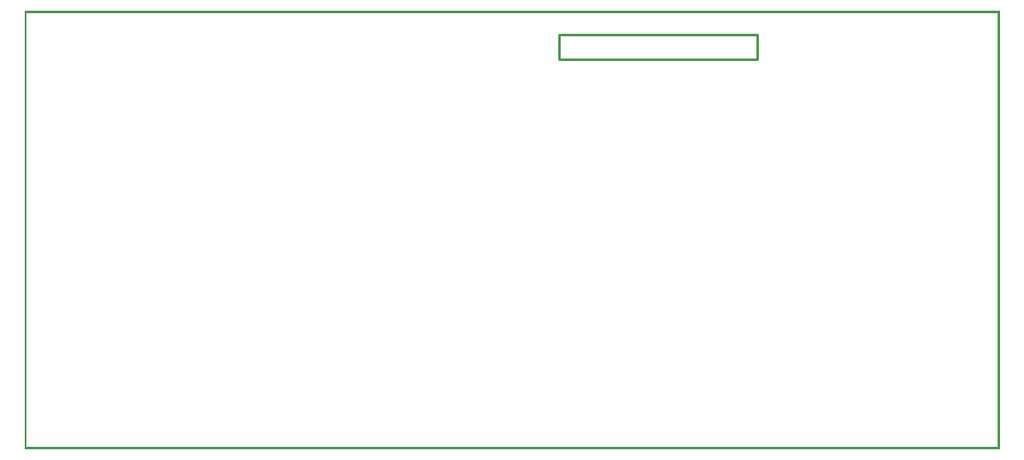
<source format=gbo>
G04 MADE WITH FRITZING*
G04 WWW.FRITZING.ORG*
G04 DOUBLE SIDED*
G04 HOLES PLATED*
G04 CONTOUR ON CENTER OF CONTOUR VECTOR*
%ASAXBY*%
%FSLAX23Y23*%
%MOIN*%
%OFA0B0*%
%SFA1.0B1.0*%
%ADD10C,0.010000*%
%ADD11R,0.001000X0.001000*%
%LNSILK0*%
G90*
G70*
G54D10*
X2159Y1677D02*
X2959Y1677D01*
D02*
X2959Y1677D02*
X2959Y1577D01*
D02*
X2959Y1577D02*
X2159Y1577D01*
D02*
X2159Y1577D02*
X2159Y1677D01*
G54D11*
X0Y1772D02*
X3936Y1772D01*
X0Y1771D02*
X3936Y1771D01*
X0Y1770D02*
X3936Y1770D01*
X0Y1769D02*
X3936Y1769D01*
X0Y1768D02*
X3936Y1768D01*
X0Y1767D02*
X3936Y1767D01*
X0Y1766D02*
X3936Y1766D01*
X0Y1765D02*
X3936Y1765D01*
X0Y1764D02*
X7Y1764D01*
X3929Y1764D02*
X3936Y1764D01*
X0Y1763D02*
X7Y1763D01*
X3929Y1763D02*
X3936Y1763D01*
X0Y1762D02*
X7Y1762D01*
X3929Y1762D02*
X3936Y1762D01*
X0Y1761D02*
X7Y1761D01*
X3929Y1761D02*
X3936Y1761D01*
X0Y1760D02*
X7Y1760D01*
X3929Y1760D02*
X3936Y1760D01*
X0Y1759D02*
X7Y1759D01*
X3929Y1759D02*
X3936Y1759D01*
X0Y1758D02*
X7Y1758D01*
X3929Y1758D02*
X3936Y1758D01*
X0Y1757D02*
X7Y1757D01*
X3929Y1757D02*
X3936Y1757D01*
X0Y1756D02*
X7Y1756D01*
X3929Y1756D02*
X3936Y1756D01*
X0Y1755D02*
X7Y1755D01*
X3929Y1755D02*
X3936Y1755D01*
X0Y1754D02*
X7Y1754D01*
X3929Y1754D02*
X3936Y1754D01*
X0Y1753D02*
X7Y1753D01*
X3929Y1753D02*
X3936Y1753D01*
X0Y1752D02*
X7Y1752D01*
X3929Y1752D02*
X3936Y1752D01*
X0Y1751D02*
X7Y1751D01*
X3929Y1751D02*
X3936Y1751D01*
X0Y1750D02*
X7Y1750D01*
X3929Y1750D02*
X3936Y1750D01*
X0Y1749D02*
X7Y1749D01*
X3929Y1749D02*
X3936Y1749D01*
X0Y1748D02*
X7Y1748D01*
X3929Y1748D02*
X3936Y1748D01*
X0Y1747D02*
X7Y1747D01*
X3929Y1747D02*
X3936Y1747D01*
X0Y1746D02*
X7Y1746D01*
X3929Y1746D02*
X3936Y1746D01*
X0Y1745D02*
X7Y1745D01*
X3929Y1745D02*
X3936Y1745D01*
X0Y1744D02*
X7Y1744D01*
X3929Y1744D02*
X3936Y1744D01*
X0Y1743D02*
X7Y1743D01*
X3929Y1743D02*
X3936Y1743D01*
X0Y1742D02*
X7Y1742D01*
X3929Y1742D02*
X3936Y1742D01*
X0Y1741D02*
X7Y1741D01*
X3929Y1741D02*
X3936Y1741D01*
X0Y1740D02*
X7Y1740D01*
X3929Y1740D02*
X3936Y1740D01*
X0Y1739D02*
X7Y1739D01*
X3929Y1739D02*
X3936Y1739D01*
X0Y1738D02*
X7Y1738D01*
X3929Y1738D02*
X3936Y1738D01*
X0Y1737D02*
X7Y1737D01*
X3929Y1737D02*
X3936Y1737D01*
X0Y1736D02*
X7Y1736D01*
X3929Y1736D02*
X3936Y1736D01*
X0Y1735D02*
X7Y1735D01*
X3929Y1735D02*
X3936Y1735D01*
X0Y1734D02*
X7Y1734D01*
X3929Y1734D02*
X3936Y1734D01*
X0Y1733D02*
X7Y1733D01*
X3929Y1733D02*
X3936Y1733D01*
X0Y1732D02*
X7Y1732D01*
X3929Y1732D02*
X3936Y1732D01*
X0Y1731D02*
X7Y1731D01*
X3929Y1731D02*
X3936Y1731D01*
X0Y1730D02*
X7Y1730D01*
X3929Y1730D02*
X3936Y1730D01*
X0Y1729D02*
X7Y1729D01*
X3929Y1729D02*
X3936Y1729D01*
X0Y1728D02*
X7Y1728D01*
X3929Y1728D02*
X3936Y1728D01*
X0Y1727D02*
X7Y1727D01*
X3929Y1727D02*
X3936Y1727D01*
X0Y1726D02*
X7Y1726D01*
X3929Y1726D02*
X3936Y1726D01*
X0Y1725D02*
X7Y1725D01*
X3929Y1725D02*
X3936Y1725D01*
X0Y1724D02*
X7Y1724D01*
X3929Y1724D02*
X3936Y1724D01*
X0Y1723D02*
X7Y1723D01*
X3929Y1723D02*
X3936Y1723D01*
X0Y1722D02*
X7Y1722D01*
X3929Y1722D02*
X3936Y1722D01*
X0Y1721D02*
X7Y1721D01*
X3929Y1721D02*
X3936Y1721D01*
X0Y1720D02*
X7Y1720D01*
X3929Y1720D02*
X3936Y1720D01*
X0Y1719D02*
X7Y1719D01*
X3929Y1719D02*
X3936Y1719D01*
X0Y1718D02*
X7Y1718D01*
X3929Y1718D02*
X3936Y1718D01*
X0Y1717D02*
X7Y1717D01*
X3929Y1717D02*
X3936Y1717D01*
X0Y1716D02*
X7Y1716D01*
X3929Y1716D02*
X3936Y1716D01*
X0Y1715D02*
X7Y1715D01*
X3929Y1715D02*
X3936Y1715D01*
X0Y1714D02*
X7Y1714D01*
X3929Y1714D02*
X3936Y1714D01*
X0Y1713D02*
X7Y1713D01*
X3929Y1713D02*
X3936Y1713D01*
X0Y1712D02*
X7Y1712D01*
X3929Y1712D02*
X3936Y1712D01*
X0Y1711D02*
X7Y1711D01*
X3929Y1711D02*
X3936Y1711D01*
X0Y1710D02*
X7Y1710D01*
X3929Y1710D02*
X3936Y1710D01*
X0Y1709D02*
X7Y1709D01*
X3929Y1709D02*
X3936Y1709D01*
X0Y1708D02*
X7Y1708D01*
X3929Y1708D02*
X3936Y1708D01*
X0Y1707D02*
X7Y1707D01*
X3929Y1707D02*
X3936Y1707D01*
X0Y1706D02*
X7Y1706D01*
X3929Y1706D02*
X3936Y1706D01*
X0Y1705D02*
X7Y1705D01*
X3929Y1705D02*
X3936Y1705D01*
X0Y1704D02*
X7Y1704D01*
X3929Y1704D02*
X3936Y1704D01*
X0Y1703D02*
X7Y1703D01*
X3929Y1703D02*
X3936Y1703D01*
X0Y1702D02*
X7Y1702D01*
X3929Y1702D02*
X3936Y1702D01*
X0Y1701D02*
X7Y1701D01*
X3929Y1701D02*
X3936Y1701D01*
X0Y1700D02*
X7Y1700D01*
X3929Y1700D02*
X3936Y1700D01*
X0Y1699D02*
X7Y1699D01*
X3929Y1699D02*
X3936Y1699D01*
X0Y1698D02*
X7Y1698D01*
X3929Y1698D02*
X3936Y1698D01*
X0Y1697D02*
X7Y1697D01*
X3929Y1697D02*
X3936Y1697D01*
X0Y1696D02*
X7Y1696D01*
X3929Y1696D02*
X3936Y1696D01*
X0Y1695D02*
X7Y1695D01*
X3929Y1695D02*
X3936Y1695D01*
X0Y1694D02*
X7Y1694D01*
X3929Y1694D02*
X3936Y1694D01*
X0Y1693D02*
X7Y1693D01*
X3929Y1693D02*
X3936Y1693D01*
X0Y1692D02*
X7Y1692D01*
X3929Y1692D02*
X3936Y1692D01*
X0Y1691D02*
X7Y1691D01*
X3929Y1691D02*
X3936Y1691D01*
X0Y1690D02*
X7Y1690D01*
X3929Y1690D02*
X3936Y1690D01*
X0Y1689D02*
X7Y1689D01*
X3929Y1689D02*
X3936Y1689D01*
X0Y1688D02*
X7Y1688D01*
X3929Y1688D02*
X3936Y1688D01*
X0Y1687D02*
X7Y1687D01*
X3929Y1687D02*
X3936Y1687D01*
X0Y1686D02*
X7Y1686D01*
X3929Y1686D02*
X3936Y1686D01*
X0Y1685D02*
X7Y1685D01*
X3929Y1685D02*
X3936Y1685D01*
X0Y1684D02*
X7Y1684D01*
X3929Y1684D02*
X3936Y1684D01*
X0Y1683D02*
X7Y1683D01*
X3929Y1683D02*
X3936Y1683D01*
X0Y1682D02*
X7Y1682D01*
X3929Y1682D02*
X3936Y1682D01*
X0Y1681D02*
X7Y1681D01*
X3929Y1681D02*
X3936Y1681D01*
X0Y1680D02*
X7Y1680D01*
X3929Y1680D02*
X3936Y1680D01*
X0Y1679D02*
X7Y1679D01*
X2191Y1679D02*
X2192Y1679D01*
X3929Y1679D02*
X3936Y1679D01*
X0Y1678D02*
X7Y1678D01*
X2190Y1678D02*
X2193Y1678D01*
X3929Y1678D02*
X3936Y1678D01*
X0Y1677D02*
X7Y1677D01*
X2189Y1677D02*
X2194Y1677D01*
X3929Y1677D02*
X3936Y1677D01*
X0Y1676D02*
X7Y1676D01*
X2188Y1676D02*
X2194Y1676D01*
X3929Y1676D02*
X3936Y1676D01*
X0Y1675D02*
X7Y1675D01*
X2187Y1675D02*
X2193Y1675D01*
X3929Y1675D02*
X3936Y1675D01*
X0Y1674D02*
X7Y1674D01*
X2186Y1674D02*
X2192Y1674D01*
X3929Y1674D02*
X3936Y1674D01*
X0Y1673D02*
X7Y1673D01*
X2185Y1673D02*
X2191Y1673D01*
X3929Y1673D02*
X3936Y1673D01*
X0Y1672D02*
X7Y1672D01*
X3929Y1672D02*
X3936Y1672D01*
X0Y1671D02*
X7Y1671D01*
X3929Y1671D02*
X3936Y1671D01*
X0Y1670D02*
X7Y1670D01*
X3929Y1670D02*
X3936Y1670D01*
X0Y1669D02*
X7Y1669D01*
X3929Y1669D02*
X3936Y1669D01*
X0Y1668D02*
X7Y1668D01*
X3929Y1668D02*
X3936Y1668D01*
X0Y1667D02*
X7Y1667D01*
X3929Y1667D02*
X3936Y1667D01*
X0Y1666D02*
X7Y1666D01*
X3929Y1666D02*
X3936Y1666D01*
X0Y1665D02*
X7Y1665D01*
X3929Y1665D02*
X3936Y1665D01*
X0Y1664D02*
X7Y1664D01*
X3929Y1664D02*
X3936Y1664D01*
X0Y1663D02*
X7Y1663D01*
X3929Y1663D02*
X3936Y1663D01*
X0Y1662D02*
X7Y1662D01*
X3929Y1662D02*
X3936Y1662D01*
X0Y1661D02*
X7Y1661D01*
X3929Y1661D02*
X3936Y1661D01*
X0Y1660D02*
X7Y1660D01*
X3929Y1660D02*
X3936Y1660D01*
X0Y1659D02*
X7Y1659D01*
X3929Y1659D02*
X3936Y1659D01*
X0Y1658D02*
X7Y1658D01*
X3929Y1658D02*
X3936Y1658D01*
X0Y1657D02*
X7Y1657D01*
X3929Y1657D02*
X3936Y1657D01*
X0Y1656D02*
X7Y1656D01*
X3929Y1656D02*
X3936Y1656D01*
X0Y1655D02*
X7Y1655D01*
X3929Y1655D02*
X3936Y1655D01*
X0Y1654D02*
X7Y1654D01*
X3929Y1654D02*
X3936Y1654D01*
X0Y1653D02*
X7Y1653D01*
X3929Y1653D02*
X3936Y1653D01*
X0Y1652D02*
X7Y1652D01*
X2164Y1652D02*
X2164Y1652D01*
X3929Y1652D02*
X3936Y1652D01*
X0Y1651D02*
X7Y1651D01*
X2163Y1651D02*
X2164Y1651D01*
X3929Y1651D02*
X3936Y1651D01*
X0Y1650D02*
X7Y1650D01*
X2162Y1650D02*
X2164Y1650D01*
X3929Y1650D02*
X3936Y1650D01*
X0Y1649D02*
X7Y1649D01*
X2161Y1649D02*
X2164Y1649D01*
X3929Y1649D02*
X3936Y1649D01*
X0Y1648D02*
X7Y1648D01*
X2160Y1648D02*
X2164Y1648D01*
X3929Y1648D02*
X3936Y1648D01*
X0Y1647D02*
X7Y1647D01*
X2159Y1647D02*
X2164Y1647D01*
X3929Y1647D02*
X3936Y1647D01*
X0Y1646D02*
X7Y1646D01*
X2158Y1646D02*
X2164Y1646D01*
X3929Y1646D02*
X3936Y1646D01*
X0Y1645D02*
X7Y1645D01*
X2157Y1645D02*
X2163Y1645D01*
X3929Y1645D02*
X3936Y1645D01*
X0Y1644D02*
X7Y1644D01*
X2158Y1644D02*
X2162Y1644D01*
X3929Y1644D02*
X3936Y1644D01*
X0Y1643D02*
X7Y1643D01*
X2159Y1643D02*
X2161Y1643D01*
X3929Y1643D02*
X3936Y1643D01*
X0Y1642D02*
X7Y1642D01*
X2160Y1642D02*
X2160Y1642D01*
X3929Y1642D02*
X3936Y1642D01*
X0Y1641D02*
X7Y1641D01*
X3929Y1641D02*
X3936Y1641D01*
X0Y1640D02*
X7Y1640D01*
X3929Y1640D02*
X3936Y1640D01*
X0Y1639D02*
X7Y1639D01*
X3929Y1639D02*
X3936Y1639D01*
X0Y1638D02*
X7Y1638D01*
X3929Y1638D02*
X3936Y1638D01*
X0Y1637D02*
X7Y1637D01*
X3929Y1637D02*
X3936Y1637D01*
X0Y1636D02*
X7Y1636D01*
X3929Y1636D02*
X3936Y1636D01*
X0Y1635D02*
X7Y1635D01*
X3929Y1635D02*
X3936Y1635D01*
X0Y1634D02*
X7Y1634D01*
X3929Y1634D02*
X3936Y1634D01*
X0Y1633D02*
X7Y1633D01*
X3929Y1633D02*
X3936Y1633D01*
X0Y1632D02*
X7Y1632D01*
X3929Y1632D02*
X3936Y1632D01*
X0Y1631D02*
X7Y1631D01*
X3929Y1631D02*
X3936Y1631D01*
X0Y1630D02*
X7Y1630D01*
X3929Y1630D02*
X3936Y1630D01*
X0Y1629D02*
X7Y1629D01*
X3929Y1629D02*
X3936Y1629D01*
X0Y1628D02*
X7Y1628D01*
X3929Y1628D02*
X3936Y1628D01*
X0Y1627D02*
X7Y1627D01*
X3929Y1627D02*
X3936Y1627D01*
X0Y1626D02*
X7Y1626D01*
X3929Y1626D02*
X3936Y1626D01*
X0Y1625D02*
X7Y1625D01*
X3929Y1625D02*
X3936Y1625D01*
X0Y1624D02*
X7Y1624D01*
X3929Y1624D02*
X3936Y1624D01*
X0Y1623D02*
X7Y1623D01*
X3929Y1623D02*
X3936Y1623D01*
X0Y1622D02*
X7Y1622D01*
X3929Y1622D02*
X3936Y1622D01*
X0Y1621D02*
X7Y1621D01*
X3929Y1621D02*
X3936Y1621D01*
X0Y1620D02*
X7Y1620D01*
X3929Y1620D02*
X3936Y1620D01*
X0Y1619D02*
X7Y1619D01*
X3929Y1619D02*
X3936Y1619D01*
X0Y1618D02*
X7Y1618D01*
X3929Y1618D02*
X3936Y1618D01*
X0Y1617D02*
X7Y1617D01*
X3929Y1617D02*
X3936Y1617D01*
X0Y1616D02*
X7Y1616D01*
X3929Y1616D02*
X3936Y1616D01*
X0Y1615D02*
X7Y1615D01*
X3929Y1615D02*
X3936Y1615D01*
X0Y1614D02*
X7Y1614D01*
X3929Y1614D02*
X3936Y1614D01*
X0Y1613D02*
X7Y1613D01*
X3929Y1613D02*
X3936Y1613D01*
X0Y1612D02*
X7Y1612D01*
X3929Y1612D02*
X3936Y1612D01*
X0Y1611D02*
X7Y1611D01*
X3929Y1611D02*
X3936Y1611D01*
X0Y1610D02*
X7Y1610D01*
X3929Y1610D02*
X3936Y1610D01*
X0Y1609D02*
X7Y1609D01*
X3929Y1609D02*
X3936Y1609D01*
X0Y1608D02*
X7Y1608D01*
X3929Y1608D02*
X3936Y1608D01*
X0Y1607D02*
X7Y1607D01*
X3929Y1607D02*
X3936Y1607D01*
X0Y1606D02*
X7Y1606D01*
X3929Y1606D02*
X3936Y1606D01*
X0Y1605D02*
X7Y1605D01*
X3929Y1605D02*
X3936Y1605D01*
X0Y1604D02*
X7Y1604D01*
X3929Y1604D02*
X3936Y1604D01*
X0Y1603D02*
X7Y1603D01*
X3929Y1603D02*
X3936Y1603D01*
X0Y1602D02*
X7Y1602D01*
X3929Y1602D02*
X3936Y1602D01*
X0Y1601D02*
X7Y1601D01*
X3929Y1601D02*
X3936Y1601D01*
X0Y1600D02*
X7Y1600D01*
X3929Y1600D02*
X3936Y1600D01*
X0Y1599D02*
X7Y1599D01*
X3929Y1599D02*
X3936Y1599D01*
X0Y1598D02*
X7Y1598D01*
X3929Y1598D02*
X3936Y1598D01*
X0Y1597D02*
X7Y1597D01*
X3929Y1597D02*
X3936Y1597D01*
X0Y1596D02*
X7Y1596D01*
X3929Y1596D02*
X3936Y1596D01*
X0Y1595D02*
X7Y1595D01*
X3929Y1595D02*
X3936Y1595D01*
X0Y1594D02*
X7Y1594D01*
X3929Y1594D02*
X3936Y1594D01*
X0Y1593D02*
X7Y1593D01*
X3929Y1593D02*
X3936Y1593D01*
X0Y1592D02*
X7Y1592D01*
X3929Y1592D02*
X3936Y1592D01*
X0Y1591D02*
X7Y1591D01*
X3929Y1591D02*
X3936Y1591D01*
X0Y1590D02*
X7Y1590D01*
X3929Y1590D02*
X3936Y1590D01*
X0Y1589D02*
X7Y1589D01*
X3929Y1589D02*
X3936Y1589D01*
X0Y1588D02*
X7Y1588D01*
X3929Y1588D02*
X3936Y1588D01*
X0Y1587D02*
X7Y1587D01*
X3929Y1587D02*
X3936Y1587D01*
X0Y1586D02*
X7Y1586D01*
X3929Y1586D02*
X3936Y1586D01*
X0Y1585D02*
X7Y1585D01*
X3929Y1585D02*
X3936Y1585D01*
X0Y1584D02*
X7Y1584D01*
X3929Y1584D02*
X3936Y1584D01*
X0Y1583D02*
X7Y1583D01*
X3929Y1583D02*
X3936Y1583D01*
X0Y1582D02*
X7Y1582D01*
X3929Y1582D02*
X3936Y1582D01*
X0Y1581D02*
X7Y1581D01*
X3929Y1581D02*
X3936Y1581D01*
X0Y1580D02*
X7Y1580D01*
X3929Y1580D02*
X3936Y1580D01*
X0Y1579D02*
X7Y1579D01*
X3929Y1579D02*
X3936Y1579D01*
X0Y1578D02*
X7Y1578D01*
X3929Y1578D02*
X3936Y1578D01*
X0Y1577D02*
X7Y1577D01*
X3929Y1577D02*
X3936Y1577D01*
X0Y1576D02*
X7Y1576D01*
X3929Y1576D02*
X3936Y1576D01*
X0Y1575D02*
X7Y1575D01*
X3929Y1575D02*
X3936Y1575D01*
X0Y1574D02*
X7Y1574D01*
X3929Y1574D02*
X3936Y1574D01*
X0Y1573D02*
X7Y1573D01*
X3929Y1573D02*
X3936Y1573D01*
X0Y1572D02*
X7Y1572D01*
X3929Y1572D02*
X3936Y1572D01*
X0Y1571D02*
X7Y1571D01*
X3929Y1571D02*
X3936Y1571D01*
X0Y1570D02*
X7Y1570D01*
X3929Y1570D02*
X3936Y1570D01*
X0Y1569D02*
X7Y1569D01*
X3929Y1569D02*
X3936Y1569D01*
X0Y1568D02*
X7Y1568D01*
X3929Y1568D02*
X3936Y1568D01*
X0Y1567D02*
X7Y1567D01*
X3929Y1567D02*
X3936Y1567D01*
X0Y1566D02*
X7Y1566D01*
X3929Y1566D02*
X3936Y1566D01*
X0Y1565D02*
X7Y1565D01*
X3929Y1565D02*
X3936Y1565D01*
X0Y1564D02*
X7Y1564D01*
X3929Y1564D02*
X3936Y1564D01*
X0Y1563D02*
X7Y1563D01*
X3929Y1563D02*
X3936Y1563D01*
X0Y1562D02*
X7Y1562D01*
X3929Y1562D02*
X3936Y1562D01*
X0Y1561D02*
X7Y1561D01*
X3929Y1561D02*
X3936Y1561D01*
X0Y1560D02*
X7Y1560D01*
X3929Y1560D02*
X3936Y1560D01*
X0Y1559D02*
X7Y1559D01*
X3929Y1559D02*
X3936Y1559D01*
X0Y1558D02*
X7Y1558D01*
X3929Y1558D02*
X3936Y1558D01*
X0Y1557D02*
X7Y1557D01*
X3929Y1557D02*
X3936Y1557D01*
X0Y1556D02*
X7Y1556D01*
X3929Y1556D02*
X3936Y1556D01*
X0Y1555D02*
X7Y1555D01*
X3929Y1555D02*
X3936Y1555D01*
X0Y1554D02*
X7Y1554D01*
X3929Y1554D02*
X3936Y1554D01*
X0Y1553D02*
X7Y1553D01*
X3929Y1553D02*
X3936Y1553D01*
X0Y1552D02*
X7Y1552D01*
X3929Y1552D02*
X3936Y1552D01*
X0Y1551D02*
X7Y1551D01*
X3929Y1551D02*
X3936Y1551D01*
X0Y1550D02*
X7Y1550D01*
X3929Y1550D02*
X3936Y1550D01*
X0Y1549D02*
X7Y1549D01*
X3929Y1549D02*
X3936Y1549D01*
X0Y1548D02*
X7Y1548D01*
X3929Y1548D02*
X3936Y1548D01*
X0Y1547D02*
X7Y1547D01*
X3929Y1547D02*
X3936Y1547D01*
X0Y1546D02*
X7Y1546D01*
X3929Y1546D02*
X3936Y1546D01*
X0Y1545D02*
X7Y1545D01*
X3929Y1545D02*
X3936Y1545D01*
X0Y1544D02*
X7Y1544D01*
X3929Y1544D02*
X3936Y1544D01*
X0Y1543D02*
X7Y1543D01*
X3929Y1543D02*
X3936Y1543D01*
X0Y1542D02*
X7Y1542D01*
X3929Y1542D02*
X3936Y1542D01*
X0Y1541D02*
X7Y1541D01*
X3929Y1541D02*
X3936Y1541D01*
X0Y1540D02*
X7Y1540D01*
X3929Y1540D02*
X3936Y1540D01*
X0Y1539D02*
X7Y1539D01*
X3929Y1539D02*
X3936Y1539D01*
X0Y1538D02*
X7Y1538D01*
X3929Y1538D02*
X3936Y1538D01*
X0Y1537D02*
X7Y1537D01*
X3929Y1537D02*
X3936Y1537D01*
X0Y1536D02*
X7Y1536D01*
X3929Y1536D02*
X3936Y1536D01*
X0Y1535D02*
X7Y1535D01*
X3929Y1535D02*
X3936Y1535D01*
X0Y1534D02*
X7Y1534D01*
X3929Y1534D02*
X3936Y1534D01*
X0Y1533D02*
X7Y1533D01*
X3929Y1533D02*
X3936Y1533D01*
X0Y1532D02*
X7Y1532D01*
X3929Y1532D02*
X3936Y1532D01*
X0Y1531D02*
X7Y1531D01*
X3929Y1531D02*
X3936Y1531D01*
X0Y1530D02*
X7Y1530D01*
X3929Y1530D02*
X3936Y1530D01*
X0Y1529D02*
X7Y1529D01*
X3929Y1529D02*
X3936Y1529D01*
X0Y1528D02*
X7Y1528D01*
X3929Y1528D02*
X3936Y1528D01*
X0Y1527D02*
X7Y1527D01*
X3929Y1527D02*
X3936Y1527D01*
X0Y1526D02*
X7Y1526D01*
X3929Y1526D02*
X3936Y1526D01*
X0Y1525D02*
X7Y1525D01*
X3929Y1525D02*
X3936Y1525D01*
X0Y1524D02*
X7Y1524D01*
X3929Y1524D02*
X3936Y1524D01*
X0Y1523D02*
X7Y1523D01*
X3929Y1523D02*
X3936Y1523D01*
X0Y1522D02*
X7Y1522D01*
X3929Y1522D02*
X3936Y1522D01*
X0Y1521D02*
X7Y1521D01*
X3929Y1521D02*
X3936Y1521D01*
X0Y1520D02*
X7Y1520D01*
X3929Y1520D02*
X3936Y1520D01*
X0Y1519D02*
X7Y1519D01*
X3929Y1519D02*
X3936Y1519D01*
X0Y1518D02*
X7Y1518D01*
X3929Y1518D02*
X3936Y1518D01*
X0Y1517D02*
X7Y1517D01*
X3929Y1517D02*
X3936Y1517D01*
X0Y1516D02*
X7Y1516D01*
X3929Y1516D02*
X3936Y1516D01*
X0Y1515D02*
X7Y1515D01*
X3929Y1515D02*
X3936Y1515D01*
X0Y1514D02*
X7Y1514D01*
X3929Y1514D02*
X3936Y1514D01*
X0Y1513D02*
X7Y1513D01*
X3929Y1513D02*
X3936Y1513D01*
X0Y1512D02*
X7Y1512D01*
X3929Y1512D02*
X3936Y1512D01*
X0Y1511D02*
X7Y1511D01*
X3929Y1511D02*
X3936Y1511D01*
X0Y1510D02*
X7Y1510D01*
X3929Y1510D02*
X3936Y1510D01*
X0Y1509D02*
X7Y1509D01*
X3929Y1509D02*
X3936Y1509D01*
X0Y1508D02*
X7Y1508D01*
X3929Y1508D02*
X3936Y1508D01*
X0Y1507D02*
X7Y1507D01*
X3929Y1507D02*
X3936Y1507D01*
X0Y1506D02*
X7Y1506D01*
X3929Y1506D02*
X3936Y1506D01*
X0Y1505D02*
X7Y1505D01*
X3929Y1505D02*
X3936Y1505D01*
X0Y1504D02*
X7Y1504D01*
X3929Y1504D02*
X3936Y1504D01*
X0Y1503D02*
X7Y1503D01*
X3929Y1503D02*
X3936Y1503D01*
X0Y1502D02*
X7Y1502D01*
X3929Y1502D02*
X3936Y1502D01*
X0Y1501D02*
X7Y1501D01*
X3929Y1501D02*
X3936Y1501D01*
X0Y1500D02*
X7Y1500D01*
X3929Y1500D02*
X3936Y1500D01*
X0Y1499D02*
X7Y1499D01*
X3929Y1499D02*
X3936Y1499D01*
X0Y1498D02*
X7Y1498D01*
X3929Y1498D02*
X3936Y1498D01*
X0Y1497D02*
X7Y1497D01*
X3929Y1497D02*
X3936Y1497D01*
X0Y1496D02*
X7Y1496D01*
X3929Y1496D02*
X3936Y1496D01*
X0Y1495D02*
X7Y1495D01*
X3929Y1495D02*
X3936Y1495D01*
X0Y1494D02*
X7Y1494D01*
X3929Y1494D02*
X3936Y1494D01*
X0Y1493D02*
X7Y1493D01*
X3929Y1493D02*
X3936Y1493D01*
X0Y1492D02*
X7Y1492D01*
X3929Y1492D02*
X3936Y1492D01*
X0Y1491D02*
X7Y1491D01*
X3929Y1491D02*
X3936Y1491D01*
X0Y1490D02*
X7Y1490D01*
X3929Y1490D02*
X3936Y1490D01*
X0Y1489D02*
X7Y1489D01*
X3929Y1489D02*
X3936Y1489D01*
X0Y1488D02*
X7Y1488D01*
X3929Y1488D02*
X3936Y1488D01*
X0Y1487D02*
X7Y1487D01*
X3929Y1487D02*
X3936Y1487D01*
X0Y1486D02*
X7Y1486D01*
X3929Y1486D02*
X3936Y1486D01*
X0Y1485D02*
X7Y1485D01*
X3929Y1485D02*
X3936Y1485D01*
X0Y1484D02*
X7Y1484D01*
X3929Y1484D02*
X3936Y1484D01*
X0Y1483D02*
X7Y1483D01*
X3929Y1483D02*
X3936Y1483D01*
X0Y1482D02*
X7Y1482D01*
X3929Y1482D02*
X3936Y1482D01*
X0Y1481D02*
X7Y1481D01*
X3929Y1481D02*
X3936Y1481D01*
X0Y1480D02*
X7Y1480D01*
X3929Y1480D02*
X3936Y1480D01*
X0Y1479D02*
X7Y1479D01*
X3929Y1479D02*
X3936Y1479D01*
X0Y1478D02*
X7Y1478D01*
X3929Y1478D02*
X3936Y1478D01*
X0Y1477D02*
X7Y1477D01*
X3929Y1477D02*
X3936Y1477D01*
X0Y1476D02*
X7Y1476D01*
X3929Y1476D02*
X3936Y1476D01*
X0Y1475D02*
X7Y1475D01*
X3929Y1475D02*
X3936Y1475D01*
X0Y1474D02*
X7Y1474D01*
X3929Y1474D02*
X3936Y1474D01*
X0Y1473D02*
X7Y1473D01*
X3929Y1473D02*
X3936Y1473D01*
X0Y1472D02*
X7Y1472D01*
X3929Y1472D02*
X3936Y1472D01*
X0Y1471D02*
X7Y1471D01*
X3929Y1471D02*
X3936Y1471D01*
X0Y1470D02*
X7Y1470D01*
X3929Y1470D02*
X3936Y1470D01*
X0Y1469D02*
X7Y1469D01*
X3929Y1469D02*
X3936Y1469D01*
X0Y1468D02*
X7Y1468D01*
X3929Y1468D02*
X3936Y1468D01*
X0Y1467D02*
X7Y1467D01*
X3929Y1467D02*
X3936Y1467D01*
X0Y1466D02*
X7Y1466D01*
X3929Y1466D02*
X3936Y1466D01*
X0Y1465D02*
X7Y1465D01*
X3929Y1465D02*
X3936Y1465D01*
X0Y1464D02*
X7Y1464D01*
X3929Y1464D02*
X3936Y1464D01*
X0Y1463D02*
X7Y1463D01*
X3929Y1463D02*
X3936Y1463D01*
X0Y1462D02*
X7Y1462D01*
X3929Y1462D02*
X3936Y1462D01*
X0Y1461D02*
X7Y1461D01*
X3929Y1461D02*
X3936Y1461D01*
X0Y1460D02*
X7Y1460D01*
X3929Y1460D02*
X3936Y1460D01*
X0Y1459D02*
X7Y1459D01*
X3929Y1459D02*
X3936Y1459D01*
X0Y1458D02*
X7Y1458D01*
X3929Y1458D02*
X3936Y1458D01*
X0Y1457D02*
X7Y1457D01*
X3929Y1457D02*
X3936Y1457D01*
X0Y1456D02*
X7Y1456D01*
X3929Y1456D02*
X3936Y1456D01*
X0Y1455D02*
X7Y1455D01*
X3929Y1455D02*
X3936Y1455D01*
X0Y1454D02*
X7Y1454D01*
X3929Y1454D02*
X3936Y1454D01*
X0Y1453D02*
X7Y1453D01*
X3929Y1453D02*
X3936Y1453D01*
X0Y1452D02*
X7Y1452D01*
X3929Y1452D02*
X3936Y1452D01*
X0Y1451D02*
X7Y1451D01*
X3929Y1451D02*
X3936Y1451D01*
X0Y1450D02*
X7Y1450D01*
X3929Y1450D02*
X3936Y1450D01*
X0Y1449D02*
X7Y1449D01*
X3929Y1449D02*
X3936Y1449D01*
X0Y1448D02*
X7Y1448D01*
X3929Y1448D02*
X3936Y1448D01*
X0Y1447D02*
X7Y1447D01*
X3929Y1447D02*
X3936Y1447D01*
X0Y1446D02*
X7Y1446D01*
X3929Y1446D02*
X3936Y1446D01*
X0Y1445D02*
X7Y1445D01*
X3929Y1445D02*
X3936Y1445D01*
X0Y1444D02*
X7Y1444D01*
X3929Y1444D02*
X3936Y1444D01*
X0Y1443D02*
X7Y1443D01*
X3929Y1443D02*
X3936Y1443D01*
X0Y1442D02*
X7Y1442D01*
X3929Y1442D02*
X3936Y1442D01*
X0Y1441D02*
X7Y1441D01*
X3929Y1441D02*
X3936Y1441D01*
X0Y1440D02*
X7Y1440D01*
X3929Y1440D02*
X3936Y1440D01*
X0Y1439D02*
X7Y1439D01*
X3929Y1439D02*
X3936Y1439D01*
X0Y1438D02*
X7Y1438D01*
X3929Y1438D02*
X3936Y1438D01*
X0Y1437D02*
X7Y1437D01*
X3929Y1437D02*
X3936Y1437D01*
X0Y1436D02*
X7Y1436D01*
X3929Y1436D02*
X3936Y1436D01*
X0Y1435D02*
X7Y1435D01*
X3929Y1435D02*
X3936Y1435D01*
X0Y1434D02*
X7Y1434D01*
X3929Y1434D02*
X3936Y1434D01*
X0Y1433D02*
X7Y1433D01*
X3929Y1433D02*
X3936Y1433D01*
X0Y1432D02*
X7Y1432D01*
X3929Y1432D02*
X3936Y1432D01*
X0Y1431D02*
X7Y1431D01*
X3929Y1431D02*
X3936Y1431D01*
X0Y1430D02*
X7Y1430D01*
X3929Y1430D02*
X3936Y1430D01*
X0Y1429D02*
X7Y1429D01*
X3929Y1429D02*
X3936Y1429D01*
X0Y1428D02*
X7Y1428D01*
X3929Y1428D02*
X3936Y1428D01*
X0Y1427D02*
X7Y1427D01*
X3929Y1427D02*
X3936Y1427D01*
X0Y1426D02*
X7Y1426D01*
X3929Y1426D02*
X3936Y1426D01*
X0Y1425D02*
X7Y1425D01*
X3929Y1425D02*
X3936Y1425D01*
X0Y1424D02*
X7Y1424D01*
X3929Y1424D02*
X3936Y1424D01*
X0Y1423D02*
X7Y1423D01*
X3929Y1423D02*
X3936Y1423D01*
X0Y1422D02*
X7Y1422D01*
X3929Y1422D02*
X3936Y1422D01*
X0Y1421D02*
X7Y1421D01*
X3929Y1421D02*
X3936Y1421D01*
X0Y1420D02*
X7Y1420D01*
X3929Y1420D02*
X3936Y1420D01*
X0Y1419D02*
X7Y1419D01*
X3929Y1419D02*
X3936Y1419D01*
X0Y1418D02*
X7Y1418D01*
X3929Y1418D02*
X3936Y1418D01*
X0Y1417D02*
X7Y1417D01*
X3929Y1417D02*
X3936Y1417D01*
X0Y1416D02*
X7Y1416D01*
X3929Y1416D02*
X3936Y1416D01*
X0Y1415D02*
X7Y1415D01*
X3929Y1415D02*
X3936Y1415D01*
X0Y1414D02*
X7Y1414D01*
X3929Y1414D02*
X3936Y1414D01*
X0Y1413D02*
X7Y1413D01*
X3929Y1413D02*
X3936Y1413D01*
X0Y1412D02*
X7Y1412D01*
X3929Y1412D02*
X3936Y1412D01*
X0Y1411D02*
X7Y1411D01*
X3929Y1411D02*
X3936Y1411D01*
X0Y1410D02*
X7Y1410D01*
X3929Y1410D02*
X3936Y1410D01*
X0Y1409D02*
X7Y1409D01*
X3929Y1409D02*
X3936Y1409D01*
X0Y1408D02*
X7Y1408D01*
X3929Y1408D02*
X3936Y1408D01*
X0Y1407D02*
X7Y1407D01*
X3929Y1407D02*
X3936Y1407D01*
X0Y1406D02*
X7Y1406D01*
X3929Y1406D02*
X3936Y1406D01*
X0Y1405D02*
X7Y1405D01*
X3929Y1405D02*
X3936Y1405D01*
X0Y1404D02*
X7Y1404D01*
X3929Y1404D02*
X3936Y1404D01*
X0Y1403D02*
X7Y1403D01*
X3929Y1403D02*
X3936Y1403D01*
X0Y1402D02*
X7Y1402D01*
X3929Y1402D02*
X3936Y1402D01*
X0Y1401D02*
X7Y1401D01*
X3929Y1401D02*
X3936Y1401D01*
X0Y1400D02*
X7Y1400D01*
X3929Y1400D02*
X3936Y1400D01*
X0Y1399D02*
X7Y1399D01*
X3929Y1399D02*
X3936Y1399D01*
X0Y1398D02*
X7Y1398D01*
X3929Y1398D02*
X3936Y1398D01*
X0Y1397D02*
X7Y1397D01*
X3929Y1397D02*
X3936Y1397D01*
X0Y1396D02*
X7Y1396D01*
X3929Y1396D02*
X3936Y1396D01*
X0Y1395D02*
X7Y1395D01*
X3929Y1395D02*
X3936Y1395D01*
X0Y1394D02*
X7Y1394D01*
X3929Y1394D02*
X3936Y1394D01*
X0Y1393D02*
X7Y1393D01*
X3929Y1393D02*
X3936Y1393D01*
X0Y1392D02*
X7Y1392D01*
X3929Y1392D02*
X3936Y1392D01*
X0Y1391D02*
X7Y1391D01*
X3929Y1391D02*
X3936Y1391D01*
X0Y1390D02*
X7Y1390D01*
X3929Y1390D02*
X3936Y1390D01*
X0Y1389D02*
X7Y1389D01*
X3929Y1389D02*
X3936Y1389D01*
X0Y1388D02*
X7Y1388D01*
X3929Y1388D02*
X3936Y1388D01*
X0Y1387D02*
X7Y1387D01*
X3929Y1387D02*
X3936Y1387D01*
X0Y1386D02*
X7Y1386D01*
X3929Y1386D02*
X3936Y1386D01*
X0Y1385D02*
X7Y1385D01*
X3929Y1385D02*
X3936Y1385D01*
X0Y1384D02*
X7Y1384D01*
X3929Y1384D02*
X3936Y1384D01*
X0Y1383D02*
X7Y1383D01*
X3929Y1383D02*
X3936Y1383D01*
X0Y1382D02*
X7Y1382D01*
X3929Y1382D02*
X3936Y1382D01*
X0Y1381D02*
X7Y1381D01*
X3929Y1381D02*
X3936Y1381D01*
X0Y1380D02*
X7Y1380D01*
X3929Y1380D02*
X3936Y1380D01*
X0Y1379D02*
X7Y1379D01*
X3929Y1379D02*
X3936Y1379D01*
X0Y1378D02*
X7Y1378D01*
X3929Y1378D02*
X3936Y1378D01*
X0Y1377D02*
X7Y1377D01*
X3929Y1377D02*
X3936Y1377D01*
X0Y1376D02*
X7Y1376D01*
X3929Y1376D02*
X3936Y1376D01*
X0Y1375D02*
X7Y1375D01*
X3929Y1375D02*
X3936Y1375D01*
X0Y1374D02*
X7Y1374D01*
X3929Y1374D02*
X3936Y1374D01*
X0Y1373D02*
X7Y1373D01*
X3929Y1373D02*
X3936Y1373D01*
X0Y1372D02*
X7Y1372D01*
X3929Y1372D02*
X3936Y1372D01*
X0Y1371D02*
X7Y1371D01*
X3929Y1371D02*
X3936Y1371D01*
X0Y1370D02*
X7Y1370D01*
X3929Y1370D02*
X3936Y1370D01*
X0Y1369D02*
X7Y1369D01*
X3929Y1369D02*
X3936Y1369D01*
X0Y1368D02*
X7Y1368D01*
X3929Y1368D02*
X3936Y1368D01*
X0Y1367D02*
X7Y1367D01*
X3929Y1367D02*
X3936Y1367D01*
X0Y1366D02*
X7Y1366D01*
X3929Y1366D02*
X3936Y1366D01*
X0Y1365D02*
X7Y1365D01*
X3929Y1365D02*
X3936Y1365D01*
X0Y1364D02*
X7Y1364D01*
X3929Y1364D02*
X3936Y1364D01*
X0Y1363D02*
X7Y1363D01*
X3929Y1363D02*
X3936Y1363D01*
X0Y1362D02*
X7Y1362D01*
X3929Y1362D02*
X3936Y1362D01*
X0Y1361D02*
X7Y1361D01*
X3929Y1361D02*
X3936Y1361D01*
X0Y1360D02*
X7Y1360D01*
X3929Y1360D02*
X3936Y1360D01*
X0Y1359D02*
X7Y1359D01*
X3929Y1359D02*
X3936Y1359D01*
X0Y1358D02*
X7Y1358D01*
X3929Y1358D02*
X3936Y1358D01*
X0Y1357D02*
X7Y1357D01*
X3929Y1357D02*
X3936Y1357D01*
X0Y1356D02*
X7Y1356D01*
X3929Y1356D02*
X3936Y1356D01*
X0Y1355D02*
X7Y1355D01*
X3929Y1355D02*
X3936Y1355D01*
X0Y1354D02*
X7Y1354D01*
X3929Y1354D02*
X3936Y1354D01*
X0Y1353D02*
X7Y1353D01*
X3929Y1353D02*
X3936Y1353D01*
X0Y1352D02*
X7Y1352D01*
X3929Y1352D02*
X3936Y1352D01*
X0Y1351D02*
X7Y1351D01*
X3929Y1351D02*
X3936Y1351D01*
X0Y1350D02*
X7Y1350D01*
X3929Y1350D02*
X3936Y1350D01*
X0Y1349D02*
X7Y1349D01*
X3929Y1349D02*
X3936Y1349D01*
X0Y1348D02*
X7Y1348D01*
X3929Y1348D02*
X3936Y1348D01*
X0Y1347D02*
X7Y1347D01*
X3929Y1347D02*
X3936Y1347D01*
X0Y1346D02*
X7Y1346D01*
X3929Y1346D02*
X3936Y1346D01*
X0Y1345D02*
X7Y1345D01*
X3929Y1345D02*
X3936Y1345D01*
X0Y1344D02*
X7Y1344D01*
X3929Y1344D02*
X3936Y1344D01*
X0Y1343D02*
X7Y1343D01*
X3929Y1343D02*
X3936Y1343D01*
X0Y1342D02*
X7Y1342D01*
X3929Y1342D02*
X3936Y1342D01*
X0Y1341D02*
X7Y1341D01*
X3929Y1341D02*
X3936Y1341D01*
X0Y1340D02*
X7Y1340D01*
X3929Y1340D02*
X3936Y1340D01*
X0Y1339D02*
X7Y1339D01*
X3929Y1339D02*
X3936Y1339D01*
X0Y1338D02*
X7Y1338D01*
X3929Y1338D02*
X3936Y1338D01*
X0Y1337D02*
X7Y1337D01*
X3929Y1337D02*
X3936Y1337D01*
X0Y1336D02*
X7Y1336D01*
X3929Y1336D02*
X3936Y1336D01*
X0Y1335D02*
X7Y1335D01*
X3929Y1335D02*
X3936Y1335D01*
X0Y1334D02*
X7Y1334D01*
X3929Y1334D02*
X3936Y1334D01*
X0Y1333D02*
X7Y1333D01*
X3929Y1333D02*
X3936Y1333D01*
X0Y1332D02*
X7Y1332D01*
X3929Y1332D02*
X3936Y1332D01*
X0Y1331D02*
X7Y1331D01*
X3929Y1331D02*
X3936Y1331D01*
X0Y1330D02*
X7Y1330D01*
X3929Y1330D02*
X3936Y1330D01*
X0Y1329D02*
X7Y1329D01*
X3929Y1329D02*
X3936Y1329D01*
X0Y1328D02*
X7Y1328D01*
X3929Y1328D02*
X3936Y1328D01*
X0Y1327D02*
X7Y1327D01*
X3929Y1327D02*
X3936Y1327D01*
X0Y1326D02*
X7Y1326D01*
X3929Y1326D02*
X3936Y1326D01*
X0Y1325D02*
X7Y1325D01*
X3929Y1325D02*
X3936Y1325D01*
X0Y1324D02*
X7Y1324D01*
X3929Y1324D02*
X3936Y1324D01*
X0Y1323D02*
X7Y1323D01*
X3929Y1323D02*
X3936Y1323D01*
X0Y1322D02*
X7Y1322D01*
X3929Y1322D02*
X3936Y1322D01*
X0Y1321D02*
X7Y1321D01*
X3929Y1321D02*
X3936Y1321D01*
X0Y1320D02*
X7Y1320D01*
X3929Y1320D02*
X3936Y1320D01*
X0Y1319D02*
X7Y1319D01*
X3929Y1319D02*
X3936Y1319D01*
X0Y1318D02*
X7Y1318D01*
X3929Y1318D02*
X3936Y1318D01*
X0Y1317D02*
X7Y1317D01*
X3929Y1317D02*
X3936Y1317D01*
X0Y1316D02*
X7Y1316D01*
X3929Y1316D02*
X3936Y1316D01*
X0Y1315D02*
X7Y1315D01*
X3929Y1315D02*
X3936Y1315D01*
X0Y1314D02*
X7Y1314D01*
X3929Y1314D02*
X3936Y1314D01*
X0Y1313D02*
X7Y1313D01*
X3929Y1313D02*
X3936Y1313D01*
X0Y1312D02*
X7Y1312D01*
X3929Y1312D02*
X3936Y1312D01*
X0Y1311D02*
X7Y1311D01*
X3929Y1311D02*
X3936Y1311D01*
X0Y1310D02*
X7Y1310D01*
X3929Y1310D02*
X3936Y1310D01*
X0Y1309D02*
X7Y1309D01*
X3929Y1309D02*
X3936Y1309D01*
X0Y1308D02*
X7Y1308D01*
X3929Y1308D02*
X3936Y1308D01*
X0Y1307D02*
X7Y1307D01*
X3929Y1307D02*
X3936Y1307D01*
X0Y1306D02*
X7Y1306D01*
X3929Y1306D02*
X3936Y1306D01*
X0Y1305D02*
X7Y1305D01*
X3929Y1305D02*
X3936Y1305D01*
X0Y1304D02*
X7Y1304D01*
X3929Y1304D02*
X3936Y1304D01*
X0Y1303D02*
X7Y1303D01*
X3929Y1303D02*
X3936Y1303D01*
X0Y1302D02*
X7Y1302D01*
X3929Y1302D02*
X3936Y1302D01*
X0Y1301D02*
X7Y1301D01*
X3929Y1301D02*
X3936Y1301D01*
X0Y1300D02*
X7Y1300D01*
X3929Y1300D02*
X3936Y1300D01*
X0Y1299D02*
X7Y1299D01*
X3929Y1299D02*
X3936Y1299D01*
X0Y1298D02*
X7Y1298D01*
X3929Y1298D02*
X3936Y1298D01*
X0Y1297D02*
X7Y1297D01*
X3929Y1297D02*
X3936Y1297D01*
X0Y1296D02*
X7Y1296D01*
X3929Y1296D02*
X3936Y1296D01*
X0Y1295D02*
X7Y1295D01*
X3929Y1295D02*
X3936Y1295D01*
X0Y1294D02*
X7Y1294D01*
X3929Y1294D02*
X3936Y1294D01*
X0Y1293D02*
X7Y1293D01*
X3929Y1293D02*
X3936Y1293D01*
X0Y1292D02*
X7Y1292D01*
X3929Y1292D02*
X3936Y1292D01*
X0Y1291D02*
X7Y1291D01*
X3929Y1291D02*
X3936Y1291D01*
X0Y1290D02*
X7Y1290D01*
X3929Y1290D02*
X3936Y1290D01*
X0Y1289D02*
X7Y1289D01*
X3929Y1289D02*
X3936Y1289D01*
X0Y1288D02*
X7Y1288D01*
X3929Y1288D02*
X3936Y1288D01*
X0Y1287D02*
X7Y1287D01*
X3929Y1287D02*
X3936Y1287D01*
X0Y1286D02*
X7Y1286D01*
X3929Y1286D02*
X3936Y1286D01*
X0Y1285D02*
X7Y1285D01*
X3929Y1285D02*
X3936Y1285D01*
X0Y1284D02*
X7Y1284D01*
X3929Y1284D02*
X3936Y1284D01*
X0Y1283D02*
X7Y1283D01*
X3929Y1283D02*
X3936Y1283D01*
X0Y1282D02*
X7Y1282D01*
X3929Y1282D02*
X3936Y1282D01*
X0Y1281D02*
X7Y1281D01*
X3929Y1281D02*
X3936Y1281D01*
X0Y1280D02*
X7Y1280D01*
X3929Y1280D02*
X3936Y1280D01*
X0Y1279D02*
X7Y1279D01*
X3929Y1279D02*
X3936Y1279D01*
X0Y1278D02*
X7Y1278D01*
X3929Y1278D02*
X3936Y1278D01*
X0Y1277D02*
X7Y1277D01*
X3929Y1277D02*
X3936Y1277D01*
X0Y1276D02*
X7Y1276D01*
X3929Y1276D02*
X3936Y1276D01*
X0Y1275D02*
X7Y1275D01*
X3929Y1275D02*
X3936Y1275D01*
X0Y1274D02*
X7Y1274D01*
X3929Y1274D02*
X3936Y1274D01*
X0Y1273D02*
X7Y1273D01*
X3929Y1273D02*
X3936Y1273D01*
X0Y1272D02*
X7Y1272D01*
X3929Y1272D02*
X3936Y1272D01*
X0Y1271D02*
X7Y1271D01*
X3929Y1271D02*
X3936Y1271D01*
X0Y1270D02*
X7Y1270D01*
X3929Y1270D02*
X3936Y1270D01*
X0Y1269D02*
X7Y1269D01*
X3929Y1269D02*
X3936Y1269D01*
X0Y1268D02*
X7Y1268D01*
X3929Y1268D02*
X3936Y1268D01*
X0Y1267D02*
X7Y1267D01*
X3929Y1267D02*
X3936Y1267D01*
X0Y1266D02*
X7Y1266D01*
X3929Y1266D02*
X3936Y1266D01*
X0Y1265D02*
X7Y1265D01*
X3929Y1265D02*
X3936Y1265D01*
X0Y1264D02*
X7Y1264D01*
X3929Y1264D02*
X3936Y1264D01*
X0Y1263D02*
X7Y1263D01*
X3929Y1263D02*
X3936Y1263D01*
X0Y1262D02*
X7Y1262D01*
X3929Y1262D02*
X3936Y1262D01*
X0Y1261D02*
X7Y1261D01*
X3929Y1261D02*
X3936Y1261D01*
X0Y1260D02*
X7Y1260D01*
X3929Y1260D02*
X3936Y1260D01*
X0Y1259D02*
X7Y1259D01*
X3929Y1259D02*
X3936Y1259D01*
X0Y1258D02*
X7Y1258D01*
X3929Y1258D02*
X3936Y1258D01*
X0Y1257D02*
X7Y1257D01*
X3929Y1257D02*
X3936Y1257D01*
X0Y1256D02*
X7Y1256D01*
X3929Y1256D02*
X3936Y1256D01*
X0Y1255D02*
X7Y1255D01*
X3929Y1255D02*
X3936Y1255D01*
X0Y1254D02*
X7Y1254D01*
X3929Y1254D02*
X3936Y1254D01*
X0Y1253D02*
X7Y1253D01*
X3929Y1253D02*
X3936Y1253D01*
X0Y1252D02*
X7Y1252D01*
X3929Y1252D02*
X3936Y1252D01*
X0Y1251D02*
X7Y1251D01*
X3929Y1251D02*
X3936Y1251D01*
X0Y1250D02*
X7Y1250D01*
X3929Y1250D02*
X3936Y1250D01*
X0Y1249D02*
X7Y1249D01*
X3929Y1249D02*
X3936Y1249D01*
X0Y1248D02*
X7Y1248D01*
X3929Y1248D02*
X3936Y1248D01*
X0Y1247D02*
X7Y1247D01*
X3929Y1247D02*
X3936Y1247D01*
X0Y1246D02*
X7Y1246D01*
X3929Y1246D02*
X3936Y1246D01*
X0Y1245D02*
X7Y1245D01*
X3929Y1245D02*
X3936Y1245D01*
X0Y1244D02*
X7Y1244D01*
X3929Y1244D02*
X3936Y1244D01*
X0Y1243D02*
X7Y1243D01*
X3929Y1243D02*
X3936Y1243D01*
X0Y1242D02*
X7Y1242D01*
X3929Y1242D02*
X3936Y1242D01*
X0Y1241D02*
X7Y1241D01*
X3929Y1241D02*
X3936Y1241D01*
X0Y1240D02*
X7Y1240D01*
X3929Y1240D02*
X3936Y1240D01*
X0Y1239D02*
X7Y1239D01*
X3929Y1239D02*
X3936Y1239D01*
X0Y1238D02*
X7Y1238D01*
X3929Y1238D02*
X3936Y1238D01*
X0Y1237D02*
X7Y1237D01*
X3929Y1237D02*
X3936Y1237D01*
X0Y1236D02*
X7Y1236D01*
X3929Y1236D02*
X3936Y1236D01*
X0Y1235D02*
X7Y1235D01*
X3929Y1235D02*
X3936Y1235D01*
X0Y1234D02*
X7Y1234D01*
X3929Y1234D02*
X3936Y1234D01*
X0Y1233D02*
X7Y1233D01*
X3929Y1233D02*
X3936Y1233D01*
X0Y1232D02*
X7Y1232D01*
X3929Y1232D02*
X3936Y1232D01*
X0Y1231D02*
X7Y1231D01*
X3929Y1231D02*
X3936Y1231D01*
X0Y1230D02*
X7Y1230D01*
X3929Y1230D02*
X3936Y1230D01*
X0Y1229D02*
X7Y1229D01*
X3929Y1229D02*
X3936Y1229D01*
X0Y1228D02*
X7Y1228D01*
X3929Y1228D02*
X3936Y1228D01*
X0Y1227D02*
X7Y1227D01*
X3929Y1227D02*
X3936Y1227D01*
X0Y1226D02*
X7Y1226D01*
X3929Y1226D02*
X3936Y1226D01*
X0Y1225D02*
X7Y1225D01*
X3929Y1225D02*
X3936Y1225D01*
X0Y1224D02*
X7Y1224D01*
X3929Y1224D02*
X3936Y1224D01*
X0Y1223D02*
X7Y1223D01*
X3929Y1223D02*
X3936Y1223D01*
X0Y1222D02*
X7Y1222D01*
X3929Y1222D02*
X3936Y1222D01*
X0Y1221D02*
X7Y1221D01*
X3929Y1221D02*
X3936Y1221D01*
X0Y1220D02*
X7Y1220D01*
X3929Y1220D02*
X3936Y1220D01*
X0Y1219D02*
X7Y1219D01*
X3929Y1219D02*
X3936Y1219D01*
X0Y1218D02*
X7Y1218D01*
X3929Y1218D02*
X3936Y1218D01*
X0Y1217D02*
X7Y1217D01*
X3929Y1217D02*
X3936Y1217D01*
X0Y1216D02*
X7Y1216D01*
X3929Y1216D02*
X3936Y1216D01*
X0Y1215D02*
X7Y1215D01*
X3929Y1215D02*
X3936Y1215D01*
X0Y1214D02*
X7Y1214D01*
X3929Y1214D02*
X3936Y1214D01*
X0Y1213D02*
X7Y1213D01*
X3929Y1213D02*
X3936Y1213D01*
X0Y1212D02*
X7Y1212D01*
X3929Y1212D02*
X3936Y1212D01*
X0Y1211D02*
X7Y1211D01*
X3929Y1211D02*
X3936Y1211D01*
X0Y1210D02*
X7Y1210D01*
X3929Y1210D02*
X3936Y1210D01*
X0Y1209D02*
X7Y1209D01*
X3929Y1209D02*
X3936Y1209D01*
X0Y1208D02*
X7Y1208D01*
X3929Y1208D02*
X3936Y1208D01*
X0Y1207D02*
X7Y1207D01*
X3929Y1207D02*
X3936Y1207D01*
X0Y1206D02*
X7Y1206D01*
X3929Y1206D02*
X3936Y1206D01*
X0Y1205D02*
X7Y1205D01*
X3929Y1205D02*
X3936Y1205D01*
X0Y1204D02*
X7Y1204D01*
X3929Y1204D02*
X3936Y1204D01*
X0Y1203D02*
X7Y1203D01*
X3929Y1203D02*
X3936Y1203D01*
X0Y1202D02*
X7Y1202D01*
X3929Y1202D02*
X3936Y1202D01*
X0Y1201D02*
X7Y1201D01*
X3929Y1201D02*
X3936Y1201D01*
X0Y1200D02*
X7Y1200D01*
X3929Y1200D02*
X3936Y1200D01*
X0Y1199D02*
X7Y1199D01*
X3929Y1199D02*
X3936Y1199D01*
X0Y1198D02*
X7Y1198D01*
X3929Y1198D02*
X3936Y1198D01*
X0Y1197D02*
X7Y1197D01*
X3929Y1197D02*
X3936Y1197D01*
X0Y1196D02*
X7Y1196D01*
X3929Y1196D02*
X3936Y1196D01*
X0Y1195D02*
X7Y1195D01*
X3929Y1195D02*
X3936Y1195D01*
X0Y1194D02*
X7Y1194D01*
X3929Y1194D02*
X3936Y1194D01*
X0Y1193D02*
X7Y1193D01*
X3929Y1193D02*
X3936Y1193D01*
X0Y1192D02*
X7Y1192D01*
X3929Y1192D02*
X3936Y1192D01*
X0Y1191D02*
X7Y1191D01*
X3929Y1191D02*
X3936Y1191D01*
X0Y1190D02*
X7Y1190D01*
X3929Y1190D02*
X3936Y1190D01*
X0Y1189D02*
X7Y1189D01*
X3929Y1189D02*
X3936Y1189D01*
X0Y1188D02*
X7Y1188D01*
X3929Y1188D02*
X3936Y1188D01*
X0Y1187D02*
X7Y1187D01*
X3929Y1187D02*
X3936Y1187D01*
X0Y1186D02*
X7Y1186D01*
X3929Y1186D02*
X3936Y1186D01*
X0Y1185D02*
X7Y1185D01*
X3929Y1185D02*
X3936Y1185D01*
X0Y1184D02*
X7Y1184D01*
X3929Y1184D02*
X3936Y1184D01*
X0Y1183D02*
X7Y1183D01*
X3929Y1183D02*
X3936Y1183D01*
X0Y1182D02*
X7Y1182D01*
X3929Y1182D02*
X3936Y1182D01*
X0Y1181D02*
X7Y1181D01*
X3929Y1181D02*
X3936Y1181D01*
X0Y1180D02*
X7Y1180D01*
X3929Y1180D02*
X3936Y1180D01*
X0Y1179D02*
X7Y1179D01*
X3929Y1179D02*
X3936Y1179D01*
X0Y1178D02*
X7Y1178D01*
X3929Y1178D02*
X3936Y1178D01*
X0Y1177D02*
X7Y1177D01*
X3929Y1177D02*
X3936Y1177D01*
X0Y1176D02*
X7Y1176D01*
X3929Y1176D02*
X3936Y1176D01*
X0Y1175D02*
X7Y1175D01*
X3929Y1175D02*
X3936Y1175D01*
X0Y1174D02*
X7Y1174D01*
X3929Y1174D02*
X3936Y1174D01*
X0Y1173D02*
X7Y1173D01*
X3929Y1173D02*
X3936Y1173D01*
X0Y1172D02*
X7Y1172D01*
X3929Y1172D02*
X3936Y1172D01*
X0Y1171D02*
X7Y1171D01*
X3929Y1171D02*
X3936Y1171D01*
X0Y1170D02*
X7Y1170D01*
X3929Y1170D02*
X3936Y1170D01*
X0Y1169D02*
X7Y1169D01*
X3929Y1169D02*
X3936Y1169D01*
X0Y1168D02*
X7Y1168D01*
X3929Y1168D02*
X3936Y1168D01*
X0Y1167D02*
X7Y1167D01*
X3929Y1167D02*
X3936Y1167D01*
X0Y1166D02*
X7Y1166D01*
X3929Y1166D02*
X3936Y1166D01*
X0Y1165D02*
X7Y1165D01*
X3929Y1165D02*
X3936Y1165D01*
X0Y1164D02*
X7Y1164D01*
X3929Y1164D02*
X3936Y1164D01*
X0Y1163D02*
X7Y1163D01*
X3929Y1163D02*
X3936Y1163D01*
X0Y1162D02*
X7Y1162D01*
X3929Y1162D02*
X3936Y1162D01*
X0Y1161D02*
X7Y1161D01*
X3929Y1161D02*
X3936Y1161D01*
X0Y1160D02*
X7Y1160D01*
X3929Y1160D02*
X3936Y1160D01*
X0Y1159D02*
X7Y1159D01*
X3929Y1159D02*
X3936Y1159D01*
X0Y1158D02*
X7Y1158D01*
X3929Y1158D02*
X3936Y1158D01*
X0Y1157D02*
X7Y1157D01*
X3929Y1157D02*
X3936Y1157D01*
X0Y1156D02*
X7Y1156D01*
X3929Y1156D02*
X3936Y1156D01*
X0Y1155D02*
X7Y1155D01*
X3929Y1155D02*
X3936Y1155D01*
X0Y1154D02*
X7Y1154D01*
X3929Y1154D02*
X3936Y1154D01*
X0Y1153D02*
X7Y1153D01*
X3929Y1153D02*
X3936Y1153D01*
X0Y1152D02*
X7Y1152D01*
X3929Y1152D02*
X3936Y1152D01*
X0Y1151D02*
X7Y1151D01*
X3929Y1151D02*
X3936Y1151D01*
X0Y1150D02*
X7Y1150D01*
X3929Y1150D02*
X3936Y1150D01*
X0Y1149D02*
X7Y1149D01*
X3929Y1149D02*
X3936Y1149D01*
X0Y1148D02*
X7Y1148D01*
X3929Y1148D02*
X3936Y1148D01*
X0Y1147D02*
X7Y1147D01*
X3929Y1147D02*
X3936Y1147D01*
X0Y1146D02*
X7Y1146D01*
X3929Y1146D02*
X3936Y1146D01*
X0Y1145D02*
X7Y1145D01*
X3929Y1145D02*
X3936Y1145D01*
X0Y1144D02*
X7Y1144D01*
X3929Y1144D02*
X3936Y1144D01*
X0Y1143D02*
X7Y1143D01*
X3929Y1143D02*
X3936Y1143D01*
X0Y1142D02*
X7Y1142D01*
X3929Y1142D02*
X3936Y1142D01*
X0Y1141D02*
X7Y1141D01*
X3929Y1141D02*
X3936Y1141D01*
X0Y1140D02*
X7Y1140D01*
X3929Y1140D02*
X3936Y1140D01*
X0Y1139D02*
X7Y1139D01*
X3929Y1139D02*
X3936Y1139D01*
X0Y1138D02*
X7Y1138D01*
X3929Y1138D02*
X3936Y1138D01*
X0Y1137D02*
X7Y1137D01*
X3929Y1137D02*
X3936Y1137D01*
X0Y1136D02*
X7Y1136D01*
X3929Y1136D02*
X3936Y1136D01*
X0Y1135D02*
X7Y1135D01*
X3929Y1135D02*
X3936Y1135D01*
X0Y1134D02*
X7Y1134D01*
X3929Y1134D02*
X3936Y1134D01*
X0Y1133D02*
X7Y1133D01*
X3929Y1133D02*
X3936Y1133D01*
X0Y1132D02*
X7Y1132D01*
X3929Y1132D02*
X3936Y1132D01*
X0Y1131D02*
X7Y1131D01*
X3929Y1131D02*
X3936Y1131D01*
X0Y1130D02*
X7Y1130D01*
X3929Y1130D02*
X3936Y1130D01*
X0Y1129D02*
X7Y1129D01*
X3929Y1129D02*
X3936Y1129D01*
X0Y1128D02*
X7Y1128D01*
X3929Y1128D02*
X3936Y1128D01*
X0Y1127D02*
X7Y1127D01*
X3929Y1127D02*
X3936Y1127D01*
X0Y1126D02*
X7Y1126D01*
X3929Y1126D02*
X3936Y1126D01*
X0Y1125D02*
X7Y1125D01*
X3929Y1125D02*
X3936Y1125D01*
X0Y1124D02*
X7Y1124D01*
X3929Y1124D02*
X3936Y1124D01*
X0Y1123D02*
X7Y1123D01*
X3929Y1123D02*
X3936Y1123D01*
X0Y1122D02*
X7Y1122D01*
X3929Y1122D02*
X3936Y1122D01*
X0Y1121D02*
X7Y1121D01*
X3929Y1121D02*
X3936Y1121D01*
X0Y1120D02*
X7Y1120D01*
X3929Y1120D02*
X3936Y1120D01*
X0Y1119D02*
X7Y1119D01*
X3929Y1119D02*
X3936Y1119D01*
X0Y1118D02*
X7Y1118D01*
X3929Y1118D02*
X3936Y1118D01*
X0Y1117D02*
X7Y1117D01*
X3929Y1117D02*
X3936Y1117D01*
X0Y1116D02*
X7Y1116D01*
X3929Y1116D02*
X3936Y1116D01*
X0Y1115D02*
X7Y1115D01*
X3929Y1115D02*
X3936Y1115D01*
X0Y1114D02*
X7Y1114D01*
X3929Y1114D02*
X3936Y1114D01*
X0Y1113D02*
X7Y1113D01*
X3929Y1113D02*
X3936Y1113D01*
X0Y1112D02*
X7Y1112D01*
X3929Y1112D02*
X3936Y1112D01*
X0Y1111D02*
X7Y1111D01*
X3929Y1111D02*
X3936Y1111D01*
X0Y1110D02*
X7Y1110D01*
X3929Y1110D02*
X3936Y1110D01*
X0Y1109D02*
X7Y1109D01*
X3929Y1109D02*
X3936Y1109D01*
X0Y1108D02*
X7Y1108D01*
X3929Y1108D02*
X3936Y1108D01*
X0Y1107D02*
X7Y1107D01*
X3929Y1107D02*
X3936Y1107D01*
X0Y1106D02*
X7Y1106D01*
X3929Y1106D02*
X3936Y1106D01*
X0Y1105D02*
X7Y1105D01*
X3929Y1105D02*
X3936Y1105D01*
X0Y1104D02*
X7Y1104D01*
X3929Y1104D02*
X3936Y1104D01*
X0Y1103D02*
X7Y1103D01*
X3929Y1103D02*
X3936Y1103D01*
X0Y1102D02*
X7Y1102D01*
X3929Y1102D02*
X3936Y1102D01*
X0Y1101D02*
X7Y1101D01*
X3929Y1101D02*
X3936Y1101D01*
X0Y1100D02*
X7Y1100D01*
X3929Y1100D02*
X3936Y1100D01*
X0Y1099D02*
X7Y1099D01*
X3929Y1099D02*
X3936Y1099D01*
X0Y1098D02*
X7Y1098D01*
X3929Y1098D02*
X3936Y1098D01*
X0Y1097D02*
X7Y1097D01*
X3929Y1097D02*
X3936Y1097D01*
X0Y1096D02*
X7Y1096D01*
X3929Y1096D02*
X3936Y1096D01*
X0Y1095D02*
X7Y1095D01*
X3929Y1095D02*
X3936Y1095D01*
X0Y1094D02*
X7Y1094D01*
X3929Y1094D02*
X3936Y1094D01*
X0Y1093D02*
X7Y1093D01*
X3929Y1093D02*
X3936Y1093D01*
X0Y1092D02*
X7Y1092D01*
X3929Y1092D02*
X3936Y1092D01*
X0Y1091D02*
X7Y1091D01*
X3929Y1091D02*
X3936Y1091D01*
X0Y1090D02*
X7Y1090D01*
X3929Y1090D02*
X3936Y1090D01*
X0Y1089D02*
X7Y1089D01*
X3929Y1089D02*
X3936Y1089D01*
X0Y1088D02*
X7Y1088D01*
X3929Y1088D02*
X3936Y1088D01*
X0Y1087D02*
X7Y1087D01*
X3929Y1087D02*
X3936Y1087D01*
X0Y1086D02*
X7Y1086D01*
X3929Y1086D02*
X3936Y1086D01*
X0Y1085D02*
X7Y1085D01*
X3929Y1085D02*
X3936Y1085D01*
X0Y1084D02*
X7Y1084D01*
X3929Y1084D02*
X3936Y1084D01*
X0Y1083D02*
X7Y1083D01*
X3929Y1083D02*
X3936Y1083D01*
X0Y1082D02*
X7Y1082D01*
X3929Y1082D02*
X3936Y1082D01*
X0Y1081D02*
X7Y1081D01*
X3929Y1081D02*
X3936Y1081D01*
X0Y1080D02*
X7Y1080D01*
X3929Y1080D02*
X3936Y1080D01*
X0Y1079D02*
X7Y1079D01*
X3929Y1079D02*
X3936Y1079D01*
X0Y1078D02*
X7Y1078D01*
X3929Y1078D02*
X3936Y1078D01*
X0Y1077D02*
X7Y1077D01*
X3929Y1077D02*
X3936Y1077D01*
X0Y1076D02*
X7Y1076D01*
X3929Y1076D02*
X3936Y1076D01*
X0Y1075D02*
X7Y1075D01*
X3929Y1075D02*
X3936Y1075D01*
X0Y1074D02*
X7Y1074D01*
X3929Y1074D02*
X3936Y1074D01*
X0Y1073D02*
X7Y1073D01*
X3929Y1073D02*
X3936Y1073D01*
X0Y1072D02*
X7Y1072D01*
X3929Y1072D02*
X3936Y1072D01*
X0Y1071D02*
X7Y1071D01*
X3929Y1071D02*
X3936Y1071D01*
X0Y1070D02*
X7Y1070D01*
X3929Y1070D02*
X3936Y1070D01*
X0Y1069D02*
X7Y1069D01*
X3929Y1069D02*
X3936Y1069D01*
X0Y1068D02*
X7Y1068D01*
X3929Y1068D02*
X3936Y1068D01*
X0Y1067D02*
X7Y1067D01*
X3929Y1067D02*
X3936Y1067D01*
X0Y1066D02*
X7Y1066D01*
X3929Y1066D02*
X3936Y1066D01*
X0Y1065D02*
X7Y1065D01*
X3929Y1065D02*
X3936Y1065D01*
X0Y1064D02*
X7Y1064D01*
X3929Y1064D02*
X3936Y1064D01*
X0Y1063D02*
X7Y1063D01*
X3929Y1063D02*
X3936Y1063D01*
X0Y1062D02*
X7Y1062D01*
X3929Y1062D02*
X3936Y1062D01*
X0Y1061D02*
X7Y1061D01*
X3929Y1061D02*
X3936Y1061D01*
X0Y1060D02*
X7Y1060D01*
X3929Y1060D02*
X3936Y1060D01*
X0Y1059D02*
X7Y1059D01*
X3929Y1059D02*
X3936Y1059D01*
X0Y1058D02*
X7Y1058D01*
X3929Y1058D02*
X3936Y1058D01*
X0Y1057D02*
X7Y1057D01*
X3929Y1057D02*
X3936Y1057D01*
X0Y1056D02*
X7Y1056D01*
X3929Y1056D02*
X3936Y1056D01*
X0Y1055D02*
X7Y1055D01*
X3929Y1055D02*
X3936Y1055D01*
X0Y1054D02*
X7Y1054D01*
X3929Y1054D02*
X3936Y1054D01*
X0Y1053D02*
X7Y1053D01*
X3929Y1053D02*
X3936Y1053D01*
X0Y1052D02*
X7Y1052D01*
X3929Y1052D02*
X3936Y1052D01*
X0Y1051D02*
X7Y1051D01*
X3929Y1051D02*
X3936Y1051D01*
X0Y1050D02*
X7Y1050D01*
X3929Y1050D02*
X3936Y1050D01*
X0Y1049D02*
X7Y1049D01*
X3929Y1049D02*
X3936Y1049D01*
X0Y1048D02*
X7Y1048D01*
X3929Y1048D02*
X3936Y1048D01*
X0Y1047D02*
X7Y1047D01*
X3929Y1047D02*
X3936Y1047D01*
X0Y1046D02*
X7Y1046D01*
X3929Y1046D02*
X3936Y1046D01*
X0Y1045D02*
X7Y1045D01*
X3929Y1045D02*
X3936Y1045D01*
X0Y1044D02*
X7Y1044D01*
X3929Y1044D02*
X3936Y1044D01*
X0Y1043D02*
X7Y1043D01*
X3929Y1043D02*
X3936Y1043D01*
X0Y1042D02*
X7Y1042D01*
X3929Y1042D02*
X3936Y1042D01*
X0Y1041D02*
X7Y1041D01*
X3929Y1041D02*
X3936Y1041D01*
X0Y1040D02*
X7Y1040D01*
X3929Y1040D02*
X3936Y1040D01*
X0Y1039D02*
X7Y1039D01*
X3929Y1039D02*
X3936Y1039D01*
X0Y1038D02*
X7Y1038D01*
X3929Y1038D02*
X3936Y1038D01*
X0Y1037D02*
X7Y1037D01*
X3929Y1037D02*
X3936Y1037D01*
X0Y1036D02*
X7Y1036D01*
X3929Y1036D02*
X3936Y1036D01*
X0Y1035D02*
X7Y1035D01*
X3929Y1035D02*
X3936Y1035D01*
X0Y1034D02*
X7Y1034D01*
X3929Y1034D02*
X3936Y1034D01*
X0Y1033D02*
X7Y1033D01*
X3929Y1033D02*
X3936Y1033D01*
X0Y1032D02*
X7Y1032D01*
X3929Y1032D02*
X3936Y1032D01*
X0Y1031D02*
X7Y1031D01*
X3929Y1031D02*
X3936Y1031D01*
X0Y1030D02*
X7Y1030D01*
X3929Y1030D02*
X3936Y1030D01*
X0Y1029D02*
X7Y1029D01*
X3929Y1029D02*
X3936Y1029D01*
X0Y1028D02*
X7Y1028D01*
X3929Y1028D02*
X3936Y1028D01*
X0Y1027D02*
X7Y1027D01*
X3929Y1027D02*
X3936Y1027D01*
X0Y1026D02*
X7Y1026D01*
X3929Y1026D02*
X3936Y1026D01*
X0Y1025D02*
X7Y1025D01*
X3929Y1025D02*
X3936Y1025D01*
X0Y1024D02*
X7Y1024D01*
X3929Y1024D02*
X3936Y1024D01*
X0Y1023D02*
X7Y1023D01*
X3929Y1023D02*
X3936Y1023D01*
X0Y1022D02*
X7Y1022D01*
X3929Y1022D02*
X3936Y1022D01*
X0Y1021D02*
X7Y1021D01*
X3929Y1021D02*
X3936Y1021D01*
X0Y1020D02*
X7Y1020D01*
X3929Y1020D02*
X3936Y1020D01*
X0Y1019D02*
X7Y1019D01*
X3929Y1019D02*
X3936Y1019D01*
X0Y1018D02*
X7Y1018D01*
X3929Y1018D02*
X3936Y1018D01*
X0Y1017D02*
X7Y1017D01*
X3929Y1017D02*
X3936Y1017D01*
X0Y1016D02*
X7Y1016D01*
X3929Y1016D02*
X3936Y1016D01*
X0Y1015D02*
X7Y1015D01*
X3929Y1015D02*
X3936Y1015D01*
X0Y1014D02*
X7Y1014D01*
X3929Y1014D02*
X3936Y1014D01*
X0Y1013D02*
X7Y1013D01*
X3929Y1013D02*
X3936Y1013D01*
X0Y1012D02*
X7Y1012D01*
X3929Y1012D02*
X3936Y1012D01*
X0Y1011D02*
X7Y1011D01*
X3929Y1011D02*
X3936Y1011D01*
X0Y1010D02*
X7Y1010D01*
X3929Y1010D02*
X3936Y1010D01*
X0Y1009D02*
X7Y1009D01*
X3929Y1009D02*
X3936Y1009D01*
X0Y1008D02*
X7Y1008D01*
X3929Y1008D02*
X3936Y1008D01*
X0Y1007D02*
X7Y1007D01*
X3929Y1007D02*
X3936Y1007D01*
X0Y1006D02*
X7Y1006D01*
X3929Y1006D02*
X3936Y1006D01*
X0Y1005D02*
X7Y1005D01*
X3929Y1005D02*
X3936Y1005D01*
X0Y1004D02*
X7Y1004D01*
X3929Y1004D02*
X3936Y1004D01*
X0Y1003D02*
X7Y1003D01*
X3929Y1003D02*
X3936Y1003D01*
X0Y1002D02*
X7Y1002D01*
X3929Y1002D02*
X3936Y1002D01*
X0Y1001D02*
X7Y1001D01*
X3929Y1001D02*
X3936Y1001D01*
X0Y1000D02*
X7Y1000D01*
X3929Y1000D02*
X3936Y1000D01*
X0Y999D02*
X7Y999D01*
X3929Y999D02*
X3936Y999D01*
X0Y998D02*
X7Y998D01*
X3929Y998D02*
X3936Y998D01*
X0Y997D02*
X7Y997D01*
X3929Y997D02*
X3936Y997D01*
X0Y996D02*
X7Y996D01*
X3929Y996D02*
X3936Y996D01*
X0Y995D02*
X7Y995D01*
X3929Y995D02*
X3936Y995D01*
X0Y994D02*
X7Y994D01*
X3929Y994D02*
X3936Y994D01*
X0Y993D02*
X7Y993D01*
X3929Y993D02*
X3936Y993D01*
X0Y992D02*
X7Y992D01*
X3929Y992D02*
X3936Y992D01*
X0Y991D02*
X7Y991D01*
X3929Y991D02*
X3936Y991D01*
X0Y990D02*
X7Y990D01*
X3929Y990D02*
X3936Y990D01*
X0Y989D02*
X7Y989D01*
X3929Y989D02*
X3936Y989D01*
X0Y988D02*
X7Y988D01*
X3929Y988D02*
X3936Y988D01*
X0Y987D02*
X7Y987D01*
X3929Y987D02*
X3936Y987D01*
X0Y986D02*
X7Y986D01*
X3929Y986D02*
X3936Y986D01*
X0Y985D02*
X7Y985D01*
X3929Y985D02*
X3936Y985D01*
X0Y984D02*
X7Y984D01*
X3929Y984D02*
X3936Y984D01*
X0Y983D02*
X7Y983D01*
X3929Y983D02*
X3936Y983D01*
X0Y982D02*
X7Y982D01*
X3929Y982D02*
X3936Y982D01*
X0Y981D02*
X7Y981D01*
X3929Y981D02*
X3936Y981D01*
X0Y980D02*
X7Y980D01*
X3929Y980D02*
X3936Y980D01*
X0Y979D02*
X7Y979D01*
X3929Y979D02*
X3936Y979D01*
X0Y978D02*
X7Y978D01*
X3929Y978D02*
X3936Y978D01*
X0Y977D02*
X7Y977D01*
X3929Y977D02*
X3936Y977D01*
X0Y976D02*
X7Y976D01*
X3929Y976D02*
X3936Y976D01*
X0Y975D02*
X7Y975D01*
X3929Y975D02*
X3936Y975D01*
X0Y974D02*
X7Y974D01*
X3929Y974D02*
X3936Y974D01*
X0Y973D02*
X7Y973D01*
X3929Y973D02*
X3936Y973D01*
X0Y972D02*
X7Y972D01*
X3929Y972D02*
X3936Y972D01*
X0Y971D02*
X7Y971D01*
X3929Y971D02*
X3936Y971D01*
X0Y970D02*
X7Y970D01*
X3929Y970D02*
X3936Y970D01*
X0Y969D02*
X7Y969D01*
X3929Y969D02*
X3936Y969D01*
X0Y968D02*
X7Y968D01*
X3929Y968D02*
X3936Y968D01*
X0Y967D02*
X7Y967D01*
X3929Y967D02*
X3936Y967D01*
X0Y966D02*
X7Y966D01*
X3929Y966D02*
X3936Y966D01*
X0Y965D02*
X7Y965D01*
X3929Y965D02*
X3936Y965D01*
X0Y964D02*
X7Y964D01*
X3929Y964D02*
X3936Y964D01*
X0Y963D02*
X7Y963D01*
X3929Y963D02*
X3936Y963D01*
X0Y962D02*
X7Y962D01*
X3929Y962D02*
X3936Y962D01*
X0Y961D02*
X7Y961D01*
X3929Y961D02*
X3936Y961D01*
X0Y960D02*
X7Y960D01*
X3929Y960D02*
X3936Y960D01*
X0Y959D02*
X7Y959D01*
X3929Y959D02*
X3936Y959D01*
X0Y958D02*
X7Y958D01*
X3929Y958D02*
X3936Y958D01*
X0Y957D02*
X7Y957D01*
X3929Y957D02*
X3936Y957D01*
X0Y956D02*
X7Y956D01*
X3929Y956D02*
X3936Y956D01*
X0Y955D02*
X7Y955D01*
X3929Y955D02*
X3936Y955D01*
X0Y954D02*
X7Y954D01*
X3929Y954D02*
X3936Y954D01*
X0Y953D02*
X7Y953D01*
X3929Y953D02*
X3936Y953D01*
X0Y952D02*
X7Y952D01*
X3929Y952D02*
X3936Y952D01*
X0Y951D02*
X7Y951D01*
X3929Y951D02*
X3936Y951D01*
X0Y950D02*
X7Y950D01*
X3929Y950D02*
X3936Y950D01*
X0Y949D02*
X7Y949D01*
X3929Y949D02*
X3936Y949D01*
X0Y948D02*
X7Y948D01*
X3929Y948D02*
X3936Y948D01*
X0Y947D02*
X7Y947D01*
X3929Y947D02*
X3936Y947D01*
X0Y946D02*
X7Y946D01*
X3929Y946D02*
X3936Y946D01*
X0Y945D02*
X7Y945D01*
X3929Y945D02*
X3936Y945D01*
X0Y944D02*
X7Y944D01*
X3929Y944D02*
X3936Y944D01*
X0Y943D02*
X7Y943D01*
X3929Y943D02*
X3936Y943D01*
X0Y942D02*
X7Y942D01*
X3929Y942D02*
X3936Y942D01*
X0Y941D02*
X7Y941D01*
X3929Y941D02*
X3936Y941D01*
X0Y940D02*
X7Y940D01*
X3929Y940D02*
X3936Y940D01*
X0Y939D02*
X7Y939D01*
X3929Y939D02*
X3936Y939D01*
X0Y938D02*
X7Y938D01*
X3929Y938D02*
X3936Y938D01*
X0Y937D02*
X7Y937D01*
X3929Y937D02*
X3936Y937D01*
X0Y936D02*
X7Y936D01*
X3929Y936D02*
X3936Y936D01*
X0Y935D02*
X7Y935D01*
X3929Y935D02*
X3936Y935D01*
X0Y934D02*
X7Y934D01*
X3929Y934D02*
X3936Y934D01*
X0Y933D02*
X7Y933D01*
X3929Y933D02*
X3936Y933D01*
X0Y932D02*
X7Y932D01*
X3929Y932D02*
X3936Y932D01*
X0Y931D02*
X7Y931D01*
X3929Y931D02*
X3936Y931D01*
X0Y930D02*
X7Y930D01*
X3929Y930D02*
X3936Y930D01*
X0Y929D02*
X7Y929D01*
X3929Y929D02*
X3936Y929D01*
X0Y928D02*
X7Y928D01*
X3929Y928D02*
X3936Y928D01*
X0Y927D02*
X7Y927D01*
X3929Y927D02*
X3936Y927D01*
X0Y926D02*
X7Y926D01*
X3929Y926D02*
X3936Y926D01*
X0Y925D02*
X7Y925D01*
X3929Y925D02*
X3936Y925D01*
X0Y924D02*
X7Y924D01*
X3929Y924D02*
X3936Y924D01*
X0Y923D02*
X7Y923D01*
X3929Y923D02*
X3936Y923D01*
X0Y922D02*
X7Y922D01*
X3929Y922D02*
X3936Y922D01*
X0Y921D02*
X7Y921D01*
X3929Y921D02*
X3936Y921D01*
X0Y920D02*
X7Y920D01*
X3929Y920D02*
X3936Y920D01*
X0Y919D02*
X7Y919D01*
X3929Y919D02*
X3936Y919D01*
X0Y918D02*
X7Y918D01*
X3929Y918D02*
X3936Y918D01*
X0Y917D02*
X7Y917D01*
X3929Y917D02*
X3936Y917D01*
X0Y916D02*
X7Y916D01*
X3929Y916D02*
X3936Y916D01*
X0Y915D02*
X7Y915D01*
X3929Y915D02*
X3936Y915D01*
X0Y914D02*
X7Y914D01*
X3929Y914D02*
X3936Y914D01*
X0Y913D02*
X7Y913D01*
X3929Y913D02*
X3936Y913D01*
X0Y912D02*
X7Y912D01*
X3929Y912D02*
X3936Y912D01*
X0Y911D02*
X7Y911D01*
X3929Y911D02*
X3936Y911D01*
X0Y910D02*
X7Y910D01*
X3929Y910D02*
X3936Y910D01*
X0Y909D02*
X7Y909D01*
X3929Y909D02*
X3936Y909D01*
X0Y908D02*
X7Y908D01*
X3929Y908D02*
X3936Y908D01*
X0Y907D02*
X7Y907D01*
X3929Y907D02*
X3936Y907D01*
X0Y906D02*
X7Y906D01*
X3929Y906D02*
X3936Y906D01*
X0Y905D02*
X7Y905D01*
X3929Y905D02*
X3936Y905D01*
X0Y904D02*
X7Y904D01*
X3929Y904D02*
X3936Y904D01*
X0Y903D02*
X7Y903D01*
X3929Y903D02*
X3936Y903D01*
X0Y902D02*
X7Y902D01*
X3929Y902D02*
X3936Y902D01*
X0Y901D02*
X7Y901D01*
X3929Y901D02*
X3936Y901D01*
X0Y900D02*
X7Y900D01*
X3929Y900D02*
X3936Y900D01*
X0Y899D02*
X7Y899D01*
X3929Y899D02*
X3936Y899D01*
X0Y898D02*
X7Y898D01*
X3929Y898D02*
X3936Y898D01*
X0Y897D02*
X7Y897D01*
X3929Y897D02*
X3936Y897D01*
X0Y896D02*
X7Y896D01*
X3929Y896D02*
X3936Y896D01*
X0Y895D02*
X7Y895D01*
X3929Y895D02*
X3936Y895D01*
X0Y894D02*
X7Y894D01*
X3929Y894D02*
X3936Y894D01*
X0Y893D02*
X7Y893D01*
X3929Y893D02*
X3936Y893D01*
X0Y892D02*
X7Y892D01*
X3929Y892D02*
X3936Y892D01*
X0Y891D02*
X7Y891D01*
X3929Y891D02*
X3936Y891D01*
X0Y890D02*
X7Y890D01*
X3929Y890D02*
X3936Y890D01*
X0Y889D02*
X7Y889D01*
X3929Y889D02*
X3936Y889D01*
X0Y888D02*
X7Y888D01*
X3929Y888D02*
X3936Y888D01*
X0Y887D02*
X7Y887D01*
X3929Y887D02*
X3936Y887D01*
X0Y886D02*
X7Y886D01*
X3929Y886D02*
X3936Y886D01*
X0Y885D02*
X7Y885D01*
X3929Y885D02*
X3936Y885D01*
X0Y884D02*
X7Y884D01*
X3929Y884D02*
X3936Y884D01*
X0Y883D02*
X7Y883D01*
X3929Y883D02*
X3936Y883D01*
X0Y882D02*
X7Y882D01*
X3929Y882D02*
X3936Y882D01*
X0Y881D02*
X7Y881D01*
X3929Y881D02*
X3936Y881D01*
X0Y880D02*
X7Y880D01*
X3929Y880D02*
X3936Y880D01*
X0Y879D02*
X7Y879D01*
X3929Y879D02*
X3936Y879D01*
X0Y878D02*
X7Y878D01*
X3929Y878D02*
X3936Y878D01*
X0Y877D02*
X7Y877D01*
X3929Y877D02*
X3936Y877D01*
X0Y876D02*
X7Y876D01*
X3929Y876D02*
X3936Y876D01*
X0Y875D02*
X7Y875D01*
X3929Y875D02*
X3936Y875D01*
X0Y874D02*
X7Y874D01*
X3929Y874D02*
X3936Y874D01*
X0Y873D02*
X7Y873D01*
X3929Y873D02*
X3936Y873D01*
X0Y872D02*
X7Y872D01*
X3929Y872D02*
X3936Y872D01*
X0Y871D02*
X7Y871D01*
X3929Y871D02*
X3936Y871D01*
X0Y870D02*
X7Y870D01*
X3929Y870D02*
X3936Y870D01*
X0Y869D02*
X7Y869D01*
X3929Y869D02*
X3936Y869D01*
X0Y868D02*
X7Y868D01*
X3929Y868D02*
X3936Y868D01*
X0Y867D02*
X7Y867D01*
X3929Y867D02*
X3936Y867D01*
X0Y866D02*
X7Y866D01*
X3929Y866D02*
X3936Y866D01*
X0Y865D02*
X7Y865D01*
X3929Y865D02*
X3936Y865D01*
X0Y864D02*
X7Y864D01*
X3929Y864D02*
X3936Y864D01*
X0Y863D02*
X7Y863D01*
X3929Y863D02*
X3936Y863D01*
X0Y862D02*
X7Y862D01*
X3929Y862D02*
X3936Y862D01*
X0Y861D02*
X7Y861D01*
X3929Y861D02*
X3936Y861D01*
X0Y860D02*
X7Y860D01*
X3929Y860D02*
X3936Y860D01*
X0Y859D02*
X7Y859D01*
X3929Y859D02*
X3936Y859D01*
X0Y858D02*
X7Y858D01*
X3929Y858D02*
X3936Y858D01*
X0Y857D02*
X7Y857D01*
X3929Y857D02*
X3936Y857D01*
X0Y856D02*
X7Y856D01*
X3929Y856D02*
X3936Y856D01*
X0Y855D02*
X7Y855D01*
X3929Y855D02*
X3936Y855D01*
X0Y854D02*
X7Y854D01*
X3929Y854D02*
X3936Y854D01*
X0Y853D02*
X7Y853D01*
X3929Y853D02*
X3936Y853D01*
X0Y852D02*
X7Y852D01*
X3929Y852D02*
X3936Y852D01*
X0Y851D02*
X7Y851D01*
X3929Y851D02*
X3936Y851D01*
X0Y850D02*
X7Y850D01*
X3929Y850D02*
X3936Y850D01*
X0Y849D02*
X7Y849D01*
X3929Y849D02*
X3936Y849D01*
X0Y848D02*
X7Y848D01*
X3929Y848D02*
X3936Y848D01*
X0Y847D02*
X7Y847D01*
X3929Y847D02*
X3936Y847D01*
X0Y846D02*
X7Y846D01*
X3929Y846D02*
X3936Y846D01*
X0Y845D02*
X7Y845D01*
X3929Y845D02*
X3936Y845D01*
X0Y844D02*
X7Y844D01*
X3929Y844D02*
X3936Y844D01*
X0Y843D02*
X7Y843D01*
X3929Y843D02*
X3936Y843D01*
X0Y842D02*
X7Y842D01*
X3929Y842D02*
X3936Y842D01*
X0Y841D02*
X7Y841D01*
X3929Y841D02*
X3936Y841D01*
X0Y840D02*
X7Y840D01*
X3929Y840D02*
X3936Y840D01*
X0Y839D02*
X7Y839D01*
X3929Y839D02*
X3936Y839D01*
X0Y838D02*
X7Y838D01*
X3929Y838D02*
X3936Y838D01*
X0Y837D02*
X7Y837D01*
X3929Y837D02*
X3936Y837D01*
X0Y836D02*
X7Y836D01*
X3929Y836D02*
X3936Y836D01*
X0Y835D02*
X7Y835D01*
X3929Y835D02*
X3936Y835D01*
X0Y834D02*
X7Y834D01*
X3929Y834D02*
X3936Y834D01*
X0Y833D02*
X7Y833D01*
X3929Y833D02*
X3936Y833D01*
X0Y832D02*
X7Y832D01*
X3929Y832D02*
X3936Y832D01*
X0Y831D02*
X7Y831D01*
X3929Y831D02*
X3936Y831D01*
X0Y830D02*
X7Y830D01*
X3929Y830D02*
X3936Y830D01*
X0Y829D02*
X7Y829D01*
X3929Y829D02*
X3936Y829D01*
X0Y828D02*
X7Y828D01*
X3929Y828D02*
X3936Y828D01*
X0Y827D02*
X7Y827D01*
X3929Y827D02*
X3936Y827D01*
X0Y826D02*
X7Y826D01*
X3929Y826D02*
X3936Y826D01*
X0Y825D02*
X7Y825D01*
X3929Y825D02*
X3936Y825D01*
X0Y824D02*
X7Y824D01*
X3929Y824D02*
X3936Y824D01*
X0Y823D02*
X7Y823D01*
X3929Y823D02*
X3936Y823D01*
X0Y822D02*
X7Y822D01*
X3929Y822D02*
X3936Y822D01*
X0Y821D02*
X7Y821D01*
X3929Y821D02*
X3936Y821D01*
X0Y820D02*
X7Y820D01*
X3929Y820D02*
X3936Y820D01*
X0Y819D02*
X7Y819D01*
X3929Y819D02*
X3936Y819D01*
X0Y818D02*
X7Y818D01*
X3929Y818D02*
X3936Y818D01*
X0Y817D02*
X7Y817D01*
X3929Y817D02*
X3936Y817D01*
X0Y816D02*
X7Y816D01*
X3929Y816D02*
X3936Y816D01*
X0Y815D02*
X7Y815D01*
X3929Y815D02*
X3936Y815D01*
X0Y814D02*
X7Y814D01*
X3929Y814D02*
X3936Y814D01*
X0Y813D02*
X7Y813D01*
X3929Y813D02*
X3936Y813D01*
X0Y812D02*
X7Y812D01*
X3929Y812D02*
X3936Y812D01*
X0Y811D02*
X7Y811D01*
X3929Y811D02*
X3936Y811D01*
X0Y810D02*
X7Y810D01*
X3929Y810D02*
X3936Y810D01*
X0Y809D02*
X7Y809D01*
X3929Y809D02*
X3936Y809D01*
X0Y808D02*
X7Y808D01*
X3929Y808D02*
X3936Y808D01*
X0Y807D02*
X7Y807D01*
X3929Y807D02*
X3936Y807D01*
X0Y806D02*
X7Y806D01*
X3929Y806D02*
X3936Y806D01*
X0Y805D02*
X7Y805D01*
X3929Y805D02*
X3936Y805D01*
X0Y804D02*
X7Y804D01*
X3929Y804D02*
X3936Y804D01*
X0Y803D02*
X7Y803D01*
X3929Y803D02*
X3936Y803D01*
X0Y802D02*
X7Y802D01*
X3929Y802D02*
X3936Y802D01*
X0Y801D02*
X7Y801D01*
X3929Y801D02*
X3936Y801D01*
X0Y800D02*
X7Y800D01*
X3929Y800D02*
X3936Y800D01*
X0Y799D02*
X7Y799D01*
X3929Y799D02*
X3936Y799D01*
X0Y798D02*
X7Y798D01*
X3929Y798D02*
X3936Y798D01*
X0Y797D02*
X7Y797D01*
X3929Y797D02*
X3936Y797D01*
X0Y796D02*
X7Y796D01*
X3929Y796D02*
X3936Y796D01*
X0Y795D02*
X7Y795D01*
X3929Y795D02*
X3936Y795D01*
X0Y794D02*
X7Y794D01*
X3929Y794D02*
X3936Y794D01*
X0Y793D02*
X7Y793D01*
X3929Y793D02*
X3936Y793D01*
X0Y792D02*
X7Y792D01*
X3929Y792D02*
X3936Y792D01*
X0Y791D02*
X7Y791D01*
X3929Y791D02*
X3936Y791D01*
X0Y790D02*
X7Y790D01*
X3929Y790D02*
X3936Y790D01*
X0Y789D02*
X7Y789D01*
X3929Y789D02*
X3936Y789D01*
X0Y788D02*
X7Y788D01*
X3929Y788D02*
X3936Y788D01*
X0Y787D02*
X7Y787D01*
X3929Y787D02*
X3936Y787D01*
X0Y786D02*
X7Y786D01*
X3929Y786D02*
X3936Y786D01*
X0Y785D02*
X7Y785D01*
X3929Y785D02*
X3936Y785D01*
X0Y784D02*
X7Y784D01*
X3929Y784D02*
X3936Y784D01*
X0Y783D02*
X7Y783D01*
X3929Y783D02*
X3936Y783D01*
X0Y782D02*
X7Y782D01*
X3929Y782D02*
X3936Y782D01*
X0Y781D02*
X7Y781D01*
X3929Y781D02*
X3936Y781D01*
X0Y780D02*
X7Y780D01*
X3929Y780D02*
X3936Y780D01*
X0Y779D02*
X7Y779D01*
X3929Y779D02*
X3936Y779D01*
X0Y778D02*
X7Y778D01*
X3929Y778D02*
X3936Y778D01*
X0Y777D02*
X7Y777D01*
X3929Y777D02*
X3936Y777D01*
X0Y776D02*
X7Y776D01*
X3929Y776D02*
X3936Y776D01*
X0Y775D02*
X7Y775D01*
X3929Y775D02*
X3936Y775D01*
X0Y774D02*
X7Y774D01*
X3929Y774D02*
X3936Y774D01*
X0Y773D02*
X7Y773D01*
X3929Y773D02*
X3936Y773D01*
X0Y772D02*
X7Y772D01*
X3929Y772D02*
X3936Y772D01*
X0Y771D02*
X7Y771D01*
X3929Y771D02*
X3936Y771D01*
X0Y770D02*
X7Y770D01*
X3929Y770D02*
X3936Y770D01*
X0Y769D02*
X7Y769D01*
X3929Y769D02*
X3936Y769D01*
X0Y768D02*
X7Y768D01*
X3929Y768D02*
X3936Y768D01*
X0Y767D02*
X7Y767D01*
X3929Y767D02*
X3936Y767D01*
X0Y766D02*
X7Y766D01*
X3929Y766D02*
X3936Y766D01*
X0Y765D02*
X7Y765D01*
X3929Y765D02*
X3936Y765D01*
X0Y764D02*
X7Y764D01*
X3929Y764D02*
X3936Y764D01*
X0Y763D02*
X7Y763D01*
X3929Y763D02*
X3936Y763D01*
X0Y762D02*
X7Y762D01*
X3929Y762D02*
X3936Y762D01*
X0Y761D02*
X7Y761D01*
X3929Y761D02*
X3936Y761D01*
X0Y760D02*
X7Y760D01*
X3929Y760D02*
X3936Y760D01*
X0Y759D02*
X7Y759D01*
X3929Y759D02*
X3936Y759D01*
X0Y758D02*
X7Y758D01*
X3929Y758D02*
X3936Y758D01*
X0Y757D02*
X7Y757D01*
X3929Y757D02*
X3936Y757D01*
X0Y756D02*
X7Y756D01*
X3929Y756D02*
X3936Y756D01*
X0Y755D02*
X7Y755D01*
X3929Y755D02*
X3936Y755D01*
X0Y754D02*
X7Y754D01*
X3929Y754D02*
X3936Y754D01*
X0Y753D02*
X7Y753D01*
X3929Y753D02*
X3936Y753D01*
X0Y752D02*
X7Y752D01*
X3929Y752D02*
X3936Y752D01*
X0Y751D02*
X7Y751D01*
X3929Y751D02*
X3936Y751D01*
X0Y750D02*
X7Y750D01*
X3929Y750D02*
X3936Y750D01*
X0Y749D02*
X7Y749D01*
X3929Y749D02*
X3936Y749D01*
X0Y748D02*
X7Y748D01*
X3929Y748D02*
X3936Y748D01*
X0Y747D02*
X7Y747D01*
X3929Y747D02*
X3936Y747D01*
X0Y746D02*
X7Y746D01*
X3929Y746D02*
X3936Y746D01*
X0Y745D02*
X7Y745D01*
X3929Y745D02*
X3936Y745D01*
X0Y744D02*
X7Y744D01*
X3929Y744D02*
X3936Y744D01*
X0Y743D02*
X7Y743D01*
X3929Y743D02*
X3936Y743D01*
X0Y742D02*
X7Y742D01*
X3929Y742D02*
X3936Y742D01*
X0Y741D02*
X7Y741D01*
X3929Y741D02*
X3936Y741D01*
X0Y740D02*
X7Y740D01*
X3929Y740D02*
X3936Y740D01*
X0Y739D02*
X7Y739D01*
X3929Y739D02*
X3936Y739D01*
X0Y738D02*
X7Y738D01*
X3929Y738D02*
X3936Y738D01*
X0Y737D02*
X7Y737D01*
X3929Y737D02*
X3936Y737D01*
X0Y736D02*
X7Y736D01*
X3929Y736D02*
X3936Y736D01*
X0Y735D02*
X7Y735D01*
X3929Y735D02*
X3936Y735D01*
X0Y734D02*
X7Y734D01*
X3929Y734D02*
X3936Y734D01*
X0Y733D02*
X7Y733D01*
X3929Y733D02*
X3936Y733D01*
X0Y732D02*
X7Y732D01*
X3929Y732D02*
X3936Y732D01*
X0Y731D02*
X7Y731D01*
X3929Y731D02*
X3936Y731D01*
X0Y730D02*
X7Y730D01*
X3929Y730D02*
X3936Y730D01*
X0Y729D02*
X7Y729D01*
X3929Y729D02*
X3936Y729D01*
X0Y728D02*
X7Y728D01*
X3929Y728D02*
X3936Y728D01*
X0Y727D02*
X7Y727D01*
X3929Y727D02*
X3936Y727D01*
X0Y726D02*
X7Y726D01*
X3929Y726D02*
X3936Y726D01*
X0Y725D02*
X7Y725D01*
X3929Y725D02*
X3936Y725D01*
X0Y724D02*
X7Y724D01*
X3929Y724D02*
X3936Y724D01*
X0Y723D02*
X7Y723D01*
X3929Y723D02*
X3936Y723D01*
X0Y722D02*
X7Y722D01*
X3929Y722D02*
X3936Y722D01*
X0Y721D02*
X7Y721D01*
X3929Y721D02*
X3936Y721D01*
X0Y720D02*
X7Y720D01*
X3929Y720D02*
X3936Y720D01*
X0Y719D02*
X7Y719D01*
X3929Y719D02*
X3936Y719D01*
X0Y718D02*
X7Y718D01*
X3929Y718D02*
X3936Y718D01*
X0Y717D02*
X7Y717D01*
X3929Y717D02*
X3936Y717D01*
X0Y716D02*
X7Y716D01*
X3929Y716D02*
X3936Y716D01*
X0Y715D02*
X7Y715D01*
X3929Y715D02*
X3936Y715D01*
X0Y714D02*
X7Y714D01*
X3929Y714D02*
X3936Y714D01*
X0Y713D02*
X7Y713D01*
X3929Y713D02*
X3936Y713D01*
X0Y712D02*
X7Y712D01*
X3929Y712D02*
X3936Y712D01*
X0Y711D02*
X7Y711D01*
X3929Y711D02*
X3936Y711D01*
X0Y710D02*
X7Y710D01*
X3929Y710D02*
X3936Y710D01*
X0Y709D02*
X7Y709D01*
X3929Y709D02*
X3936Y709D01*
X0Y708D02*
X7Y708D01*
X3929Y708D02*
X3936Y708D01*
X0Y707D02*
X7Y707D01*
X3929Y707D02*
X3936Y707D01*
X0Y706D02*
X7Y706D01*
X3929Y706D02*
X3936Y706D01*
X0Y705D02*
X7Y705D01*
X3929Y705D02*
X3936Y705D01*
X0Y704D02*
X7Y704D01*
X3929Y704D02*
X3936Y704D01*
X0Y703D02*
X7Y703D01*
X3929Y703D02*
X3936Y703D01*
X0Y702D02*
X7Y702D01*
X3929Y702D02*
X3936Y702D01*
X0Y701D02*
X7Y701D01*
X3929Y701D02*
X3936Y701D01*
X0Y700D02*
X7Y700D01*
X3929Y700D02*
X3936Y700D01*
X0Y699D02*
X7Y699D01*
X3929Y699D02*
X3936Y699D01*
X0Y698D02*
X7Y698D01*
X3929Y698D02*
X3936Y698D01*
X0Y697D02*
X7Y697D01*
X3929Y697D02*
X3936Y697D01*
X0Y696D02*
X7Y696D01*
X3929Y696D02*
X3936Y696D01*
X0Y695D02*
X7Y695D01*
X3929Y695D02*
X3936Y695D01*
X0Y694D02*
X7Y694D01*
X3929Y694D02*
X3936Y694D01*
X0Y693D02*
X7Y693D01*
X3929Y693D02*
X3936Y693D01*
X0Y692D02*
X7Y692D01*
X3929Y692D02*
X3936Y692D01*
X0Y691D02*
X7Y691D01*
X3929Y691D02*
X3936Y691D01*
X0Y690D02*
X7Y690D01*
X3929Y690D02*
X3936Y690D01*
X0Y689D02*
X7Y689D01*
X3929Y689D02*
X3936Y689D01*
X0Y688D02*
X7Y688D01*
X3929Y688D02*
X3936Y688D01*
X0Y687D02*
X7Y687D01*
X3929Y687D02*
X3936Y687D01*
X0Y686D02*
X7Y686D01*
X3929Y686D02*
X3936Y686D01*
X0Y685D02*
X7Y685D01*
X3929Y685D02*
X3936Y685D01*
X0Y684D02*
X7Y684D01*
X3929Y684D02*
X3936Y684D01*
X0Y683D02*
X7Y683D01*
X3929Y683D02*
X3936Y683D01*
X0Y682D02*
X7Y682D01*
X3929Y682D02*
X3936Y682D01*
X0Y681D02*
X7Y681D01*
X3929Y681D02*
X3936Y681D01*
X0Y680D02*
X7Y680D01*
X3929Y680D02*
X3936Y680D01*
X0Y679D02*
X7Y679D01*
X3929Y679D02*
X3936Y679D01*
X0Y678D02*
X7Y678D01*
X3929Y678D02*
X3936Y678D01*
X0Y677D02*
X7Y677D01*
X3929Y677D02*
X3936Y677D01*
X0Y676D02*
X7Y676D01*
X3929Y676D02*
X3936Y676D01*
X0Y675D02*
X7Y675D01*
X3929Y675D02*
X3936Y675D01*
X0Y674D02*
X7Y674D01*
X3929Y674D02*
X3936Y674D01*
X0Y673D02*
X7Y673D01*
X3929Y673D02*
X3936Y673D01*
X0Y672D02*
X7Y672D01*
X3929Y672D02*
X3936Y672D01*
X0Y671D02*
X7Y671D01*
X3929Y671D02*
X3936Y671D01*
X0Y670D02*
X7Y670D01*
X3929Y670D02*
X3936Y670D01*
X0Y669D02*
X7Y669D01*
X3929Y669D02*
X3936Y669D01*
X0Y668D02*
X7Y668D01*
X3929Y668D02*
X3936Y668D01*
X0Y667D02*
X7Y667D01*
X3929Y667D02*
X3936Y667D01*
X0Y666D02*
X7Y666D01*
X3929Y666D02*
X3936Y666D01*
X0Y665D02*
X7Y665D01*
X3929Y665D02*
X3936Y665D01*
X0Y664D02*
X7Y664D01*
X3929Y664D02*
X3936Y664D01*
X0Y663D02*
X7Y663D01*
X3929Y663D02*
X3936Y663D01*
X0Y662D02*
X7Y662D01*
X3929Y662D02*
X3936Y662D01*
X0Y661D02*
X7Y661D01*
X3929Y661D02*
X3936Y661D01*
X0Y660D02*
X7Y660D01*
X3929Y660D02*
X3936Y660D01*
X0Y659D02*
X7Y659D01*
X3929Y659D02*
X3936Y659D01*
X0Y658D02*
X7Y658D01*
X3929Y658D02*
X3936Y658D01*
X0Y657D02*
X7Y657D01*
X3929Y657D02*
X3936Y657D01*
X0Y656D02*
X7Y656D01*
X3929Y656D02*
X3936Y656D01*
X0Y655D02*
X7Y655D01*
X3929Y655D02*
X3936Y655D01*
X0Y654D02*
X7Y654D01*
X3929Y654D02*
X3936Y654D01*
X0Y653D02*
X7Y653D01*
X3929Y653D02*
X3936Y653D01*
X0Y652D02*
X7Y652D01*
X3929Y652D02*
X3936Y652D01*
X0Y651D02*
X7Y651D01*
X3929Y651D02*
X3936Y651D01*
X0Y650D02*
X7Y650D01*
X3929Y650D02*
X3936Y650D01*
X0Y649D02*
X7Y649D01*
X3929Y649D02*
X3936Y649D01*
X0Y648D02*
X7Y648D01*
X3929Y648D02*
X3936Y648D01*
X0Y647D02*
X7Y647D01*
X3929Y647D02*
X3936Y647D01*
X0Y646D02*
X7Y646D01*
X3929Y646D02*
X3936Y646D01*
X0Y645D02*
X7Y645D01*
X3929Y645D02*
X3936Y645D01*
X0Y644D02*
X7Y644D01*
X3929Y644D02*
X3936Y644D01*
X0Y643D02*
X7Y643D01*
X3929Y643D02*
X3936Y643D01*
X0Y642D02*
X7Y642D01*
X3929Y642D02*
X3936Y642D01*
X0Y641D02*
X7Y641D01*
X3929Y641D02*
X3936Y641D01*
X0Y640D02*
X7Y640D01*
X3929Y640D02*
X3936Y640D01*
X0Y639D02*
X7Y639D01*
X3929Y639D02*
X3936Y639D01*
X0Y638D02*
X7Y638D01*
X3929Y638D02*
X3936Y638D01*
X0Y637D02*
X7Y637D01*
X3929Y637D02*
X3936Y637D01*
X0Y636D02*
X7Y636D01*
X3929Y636D02*
X3936Y636D01*
X0Y635D02*
X7Y635D01*
X3929Y635D02*
X3936Y635D01*
X0Y634D02*
X7Y634D01*
X3929Y634D02*
X3936Y634D01*
X0Y633D02*
X7Y633D01*
X3929Y633D02*
X3936Y633D01*
X0Y632D02*
X7Y632D01*
X3929Y632D02*
X3936Y632D01*
X0Y631D02*
X7Y631D01*
X3929Y631D02*
X3936Y631D01*
X0Y630D02*
X7Y630D01*
X3929Y630D02*
X3936Y630D01*
X0Y629D02*
X7Y629D01*
X3929Y629D02*
X3936Y629D01*
X0Y628D02*
X7Y628D01*
X3929Y628D02*
X3936Y628D01*
X0Y627D02*
X7Y627D01*
X3929Y627D02*
X3936Y627D01*
X0Y626D02*
X7Y626D01*
X3929Y626D02*
X3936Y626D01*
X0Y625D02*
X7Y625D01*
X3929Y625D02*
X3936Y625D01*
X0Y624D02*
X7Y624D01*
X3929Y624D02*
X3936Y624D01*
X0Y623D02*
X7Y623D01*
X3929Y623D02*
X3936Y623D01*
X0Y622D02*
X7Y622D01*
X3929Y622D02*
X3936Y622D01*
X0Y621D02*
X7Y621D01*
X3929Y621D02*
X3936Y621D01*
X0Y620D02*
X7Y620D01*
X3929Y620D02*
X3936Y620D01*
X0Y619D02*
X7Y619D01*
X3929Y619D02*
X3936Y619D01*
X0Y618D02*
X7Y618D01*
X3929Y618D02*
X3936Y618D01*
X0Y617D02*
X7Y617D01*
X3929Y617D02*
X3936Y617D01*
X0Y616D02*
X7Y616D01*
X3929Y616D02*
X3936Y616D01*
X0Y615D02*
X7Y615D01*
X3929Y615D02*
X3936Y615D01*
X0Y614D02*
X7Y614D01*
X3929Y614D02*
X3936Y614D01*
X0Y613D02*
X7Y613D01*
X3929Y613D02*
X3936Y613D01*
X0Y612D02*
X7Y612D01*
X3929Y612D02*
X3936Y612D01*
X0Y611D02*
X7Y611D01*
X3929Y611D02*
X3936Y611D01*
X0Y610D02*
X7Y610D01*
X3929Y610D02*
X3936Y610D01*
X0Y609D02*
X7Y609D01*
X3929Y609D02*
X3936Y609D01*
X0Y608D02*
X7Y608D01*
X3929Y608D02*
X3936Y608D01*
X0Y607D02*
X7Y607D01*
X3929Y607D02*
X3936Y607D01*
X0Y606D02*
X7Y606D01*
X3929Y606D02*
X3936Y606D01*
X0Y605D02*
X7Y605D01*
X3929Y605D02*
X3936Y605D01*
X0Y604D02*
X7Y604D01*
X3929Y604D02*
X3936Y604D01*
X0Y603D02*
X7Y603D01*
X3929Y603D02*
X3936Y603D01*
X0Y602D02*
X7Y602D01*
X3929Y602D02*
X3936Y602D01*
X0Y601D02*
X7Y601D01*
X3929Y601D02*
X3936Y601D01*
X0Y600D02*
X7Y600D01*
X3929Y600D02*
X3936Y600D01*
X0Y599D02*
X7Y599D01*
X3929Y599D02*
X3936Y599D01*
X0Y598D02*
X7Y598D01*
X3929Y598D02*
X3936Y598D01*
X0Y597D02*
X7Y597D01*
X3929Y597D02*
X3936Y597D01*
X0Y596D02*
X7Y596D01*
X3929Y596D02*
X3936Y596D01*
X0Y595D02*
X7Y595D01*
X3929Y595D02*
X3936Y595D01*
X0Y594D02*
X7Y594D01*
X3929Y594D02*
X3936Y594D01*
X0Y593D02*
X7Y593D01*
X3929Y593D02*
X3936Y593D01*
X0Y592D02*
X7Y592D01*
X3929Y592D02*
X3936Y592D01*
X0Y591D02*
X7Y591D01*
X3929Y591D02*
X3936Y591D01*
X0Y590D02*
X7Y590D01*
X3929Y590D02*
X3936Y590D01*
X0Y589D02*
X7Y589D01*
X3929Y589D02*
X3936Y589D01*
X0Y588D02*
X7Y588D01*
X3929Y588D02*
X3936Y588D01*
X0Y587D02*
X7Y587D01*
X3929Y587D02*
X3936Y587D01*
X0Y586D02*
X7Y586D01*
X3929Y586D02*
X3936Y586D01*
X0Y585D02*
X7Y585D01*
X3929Y585D02*
X3936Y585D01*
X0Y584D02*
X7Y584D01*
X3929Y584D02*
X3936Y584D01*
X0Y583D02*
X7Y583D01*
X3929Y583D02*
X3936Y583D01*
X0Y582D02*
X7Y582D01*
X3929Y582D02*
X3936Y582D01*
X0Y581D02*
X7Y581D01*
X3929Y581D02*
X3936Y581D01*
X0Y580D02*
X7Y580D01*
X3929Y580D02*
X3936Y580D01*
X0Y579D02*
X7Y579D01*
X3929Y579D02*
X3936Y579D01*
X0Y578D02*
X7Y578D01*
X3929Y578D02*
X3936Y578D01*
X0Y577D02*
X7Y577D01*
X3929Y577D02*
X3936Y577D01*
X0Y576D02*
X7Y576D01*
X3929Y576D02*
X3936Y576D01*
X0Y575D02*
X7Y575D01*
X3929Y575D02*
X3936Y575D01*
X0Y574D02*
X7Y574D01*
X3929Y574D02*
X3936Y574D01*
X0Y573D02*
X7Y573D01*
X3929Y573D02*
X3936Y573D01*
X0Y572D02*
X7Y572D01*
X3929Y572D02*
X3936Y572D01*
X0Y571D02*
X7Y571D01*
X3929Y571D02*
X3936Y571D01*
X0Y570D02*
X7Y570D01*
X3929Y570D02*
X3936Y570D01*
X0Y569D02*
X7Y569D01*
X3929Y569D02*
X3936Y569D01*
X0Y568D02*
X7Y568D01*
X3929Y568D02*
X3936Y568D01*
X0Y567D02*
X7Y567D01*
X3929Y567D02*
X3936Y567D01*
X0Y566D02*
X7Y566D01*
X3929Y566D02*
X3936Y566D01*
X0Y565D02*
X7Y565D01*
X3929Y565D02*
X3936Y565D01*
X0Y564D02*
X7Y564D01*
X3929Y564D02*
X3936Y564D01*
X0Y563D02*
X7Y563D01*
X3929Y563D02*
X3936Y563D01*
X0Y562D02*
X7Y562D01*
X3929Y562D02*
X3936Y562D01*
X0Y561D02*
X7Y561D01*
X3929Y561D02*
X3936Y561D01*
X0Y560D02*
X7Y560D01*
X3929Y560D02*
X3936Y560D01*
X0Y559D02*
X7Y559D01*
X3929Y559D02*
X3936Y559D01*
X0Y558D02*
X7Y558D01*
X3929Y558D02*
X3936Y558D01*
X0Y557D02*
X7Y557D01*
X3929Y557D02*
X3936Y557D01*
X0Y556D02*
X7Y556D01*
X3929Y556D02*
X3936Y556D01*
X0Y555D02*
X7Y555D01*
X3929Y555D02*
X3936Y555D01*
X0Y554D02*
X7Y554D01*
X3929Y554D02*
X3936Y554D01*
X0Y553D02*
X7Y553D01*
X3929Y553D02*
X3936Y553D01*
X0Y552D02*
X7Y552D01*
X3929Y552D02*
X3936Y552D01*
X0Y551D02*
X7Y551D01*
X3929Y551D02*
X3936Y551D01*
X0Y550D02*
X7Y550D01*
X3929Y550D02*
X3936Y550D01*
X0Y549D02*
X7Y549D01*
X3929Y549D02*
X3936Y549D01*
X0Y548D02*
X7Y548D01*
X3929Y548D02*
X3936Y548D01*
X0Y547D02*
X7Y547D01*
X3929Y547D02*
X3936Y547D01*
X0Y546D02*
X7Y546D01*
X3929Y546D02*
X3936Y546D01*
X0Y545D02*
X7Y545D01*
X3929Y545D02*
X3936Y545D01*
X0Y544D02*
X7Y544D01*
X3929Y544D02*
X3936Y544D01*
X0Y543D02*
X7Y543D01*
X3929Y543D02*
X3936Y543D01*
X0Y542D02*
X7Y542D01*
X3929Y542D02*
X3936Y542D01*
X0Y541D02*
X7Y541D01*
X3929Y541D02*
X3936Y541D01*
X0Y540D02*
X7Y540D01*
X3929Y540D02*
X3936Y540D01*
X0Y539D02*
X7Y539D01*
X3929Y539D02*
X3936Y539D01*
X0Y538D02*
X7Y538D01*
X3929Y538D02*
X3936Y538D01*
X0Y537D02*
X7Y537D01*
X3929Y537D02*
X3936Y537D01*
X0Y536D02*
X7Y536D01*
X3929Y536D02*
X3936Y536D01*
X0Y535D02*
X7Y535D01*
X3929Y535D02*
X3936Y535D01*
X0Y534D02*
X7Y534D01*
X3929Y534D02*
X3936Y534D01*
X0Y533D02*
X7Y533D01*
X3929Y533D02*
X3936Y533D01*
X0Y532D02*
X7Y532D01*
X3929Y532D02*
X3936Y532D01*
X0Y531D02*
X7Y531D01*
X3929Y531D02*
X3936Y531D01*
X0Y530D02*
X7Y530D01*
X3929Y530D02*
X3936Y530D01*
X0Y529D02*
X7Y529D01*
X3929Y529D02*
X3936Y529D01*
X0Y528D02*
X7Y528D01*
X3929Y528D02*
X3936Y528D01*
X0Y527D02*
X7Y527D01*
X3929Y527D02*
X3936Y527D01*
X0Y526D02*
X7Y526D01*
X3929Y526D02*
X3936Y526D01*
X0Y525D02*
X7Y525D01*
X3929Y525D02*
X3936Y525D01*
X0Y524D02*
X7Y524D01*
X3929Y524D02*
X3936Y524D01*
X0Y523D02*
X7Y523D01*
X3929Y523D02*
X3936Y523D01*
X0Y522D02*
X7Y522D01*
X3929Y522D02*
X3936Y522D01*
X0Y521D02*
X7Y521D01*
X3929Y521D02*
X3936Y521D01*
X0Y520D02*
X7Y520D01*
X3929Y520D02*
X3936Y520D01*
X0Y519D02*
X7Y519D01*
X3929Y519D02*
X3936Y519D01*
X0Y518D02*
X7Y518D01*
X3929Y518D02*
X3936Y518D01*
X0Y517D02*
X7Y517D01*
X3929Y517D02*
X3936Y517D01*
X0Y516D02*
X7Y516D01*
X3929Y516D02*
X3936Y516D01*
X0Y515D02*
X7Y515D01*
X3929Y515D02*
X3936Y515D01*
X0Y514D02*
X7Y514D01*
X3929Y514D02*
X3936Y514D01*
X0Y513D02*
X7Y513D01*
X3929Y513D02*
X3936Y513D01*
X0Y512D02*
X7Y512D01*
X3929Y512D02*
X3936Y512D01*
X0Y511D02*
X7Y511D01*
X3929Y511D02*
X3936Y511D01*
X0Y510D02*
X7Y510D01*
X3929Y510D02*
X3936Y510D01*
X0Y509D02*
X7Y509D01*
X3929Y509D02*
X3936Y509D01*
X0Y508D02*
X7Y508D01*
X3929Y508D02*
X3936Y508D01*
X0Y507D02*
X7Y507D01*
X3929Y507D02*
X3936Y507D01*
X0Y506D02*
X7Y506D01*
X3929Y506D02*
X3936Y506D01*
X0Y505D02*
X7Y505D01*
X3929Y505D02*
X3936Y505D01*
X0Y504D02*
X7Y504D01*
X3929Y504D02*
X3936Y504D01*
X0Y503D02*
X7Y503D01*
X3929Y503D02*
X3936Y503D01*
X0Y502D02*
X7Y502D01*
X3929Y502D02*
X3936Y502D01*
X0Y501D02*
X7Y501D01*
X3929Y501D02*
X3936Y501D01*
X0Y500D02*
X7Y500D01*
X3929Y500D02*
X3936Y500D01*
X0Y499D02*
X7Y499D01*
X3929Y499D02*
X3936Y499D01*
X0Y498D02*
X7Y498D01*
X3929Y498D02*
X3936Y498D01*
X0Y497D02*
X7Y497D01*
X3929Y497D02*
X3936Y497D01*
X0Y496D02*
X7Y496D01*
X3929Y496D02*
X3936Y496D01*
X0Y495D02*
X7Y495D01*
X3929Y495D02*
X3936Y495D01*
X0Y494D02*
X7Y494D01*
X3929Y494D02*
X3936Y494D01*
X0Y493D02*
X7Y493D01*
X3929Y493D02*
X3936Y493D01*
X0Y492D02*
X7Y492D01*
X3929Y492D02*
X3936Y492D01*
X0Y491D02*
X7Y491D01*
X3929Y491D02*
X3936Y491D01*
X0Y490D02*
X7Y490D01*
X3929Y490D02*
X3936Y490D01*
X0Y489D02*
X7Y489D01*
X3929Y489D02*
X3936Y489D01*
X0Y488D02*
X7Y488D01*
X3929Y488D02*
X3936Y488D01*
X0Y487D02*
X7Y487D01*
X3929Y487D02*
X3936Y487D01*
X0Y486D02*
X7Y486D01*
X3929Y486D02*
X3936Y486D01*
X0Y485D02*
X7Y485D01*
X3929Y485D02*
X3936Y485D01*
X0Y484D02*
X7Y484D01*
X3929Y484D02*
X3936Y484D01*
X0Y483D02*
X7Y483D01*
X3929Y483D02*
X3936Y483D01*
X0Y482D02*
X7Y482D01*
X3929Y482D02*
X3936Y482D01*
X0Y481D02*
X7Y481D01*
X3929Y481D02*
X3936Y481D01*
X0Y480D02*
X7Y480D01*
X3929Y480D02*
X3936Y480D01*
X0Y479D02*
X7Y479D01*
X3929Y479D02*
X3936Y479D01*
X0Y478D02*
X7Y478D01*
X3929Y478D02*
X3936Y478D01*
X0Y477D02*
X7Y477D01*
X3929Y477D02*
X3936Y477D01*
X0Y476D02*
X7Y476D01*
X3929Y476D02*
X3936Y476D01*
X0Y475D02*
X7Y475D01*
X3929Y475D02*
X3936Y475D01*
X0Y474D02*
X7Y474D01*
X3929Y474D02*
X3936Y474D01*
X0Y473D02*
X7Y473D01*
X3929Y473D02*
X3936Y473D01*
X0Y472D02*
X7Y472D01*
X3929Y472D02*
X3936Y472D01*
X0Y471D02*
X7Y471D01*
X3929Y471D02*
X3936Y471D01*
X0Y470D02*
X7Y470D01*
X3929Y470D02*
X3936Y470D01*
X0Y469D02*
X7Y469D01*
X3929Y469D02*
X3936Y469D01*
X0Y468D02*
X7Y468D01*
X3929Y468D02*
X3936Y468D01*
X0Y467D02*
X7Y467D01*
X3929Y467D02*
X3936Y467D01*
X0Y466D02*
X7Y466D01*
X3929Y466D02*
X3936Y466D01*
X0Y465D02*
X7Y465D01*
X3929Y465D02*
X3936Y465D01*
X0Y464D02*
X7Y464D01*
X3929Y464D02*
X3936Y464D01*
X0Y463D02*
X7Y463D01*
X3929Y463D02*
X3936Y463D01*
X0Y462D02*
X7Y462D01*
X3929Y462D02*
X3936Y462D01*
X0Y461D02*
X7Y461D01*
X3929Y461D02*
X3936Y461D01*
X0Y460D02*
X7Y460D01*
X3929Y460D02*
X3936Y460D01*
X0Y459D02*
X7Y459D01*
X3929Y459D02*
X3936Y459D01*
X0Y458D02*
X7Y458D01*
X3929Y458D02*
X3936Y458D01*
X0Y457D02*
X7Y457D01*
X3929Y457D02*
X3936Y457D01*
X0Y456D02*
X7Y456D01*
X3929Y456D02*
X3936Y456D01*
X0Y455D02*
X7Y455D01*
X3929Y455D02*
X3936Y455D01*
X0Y454D02*
X7Y454D01*
X3929Y454D02*
X3936Y454D01*
X0Y453D02*
X7Y453D01*
X3929Y453D02*
X3936Y453D01*
X0Y452D02*
X7Y452D01*
X3929Y452D02*
X3936Y452D01*
X0Y451D02*
X7Y451D01*
X3929Y451D02*
X3936Y451D01*
X0Y450D02*
X7Y450D01*
X3929Y450D02*
X3936Y450D01*
X0Y449D02*
X7Y449D01*
X3929Y449D02*
X3936Y449D01*
X0Y448D02*
X7Y448D01*
X3929Y448D02*
X3936Y448D01*
X0Y447D02*
X7Y447D01*
X3929Y447D02*
X3936Y447D01*
X0Y446D02*
X7Y446D01*
X3929Y446D02*
X3936Y446D01*
X0Y445D02*
X7Y445D01*
X3929Y445D02*
X3936Y445D01*
X0Y444D02*
X7Y444D01*
X3929Y444D02*
X3936Y444D01*
X0Y443D02*
X7Y443D01*
X3929Y443D02*
X3936Y443D01*
X0Y442D02*
X7Y442D01*
X3929Y442D02*
X3936Y442D01*
X0Y441D02*
X7Y441D01*
X3929Y441D02*
X3936Y441D01*
X0Y440D02*
X7Y440D01*
X3929Y440D02*
X3936Y440D01*
X0Y439D02*
X7Y439D01*
X3929Y439D02*
X3936Y439D01*
X0Y438D02*
X7Y438D01*
X3929Y438D02*
X3936Y438D01*
X0Y437D02*
X7Y437D01*
X3929Y437D02*
X3936Y437D01*
X0Y436D02*
X7Y436D01*
X3929Y436D02*
X3936Y436D01*
X0Y435D02*
X7Y435D01*
X3929Y435D02*
X3936Y435D01*
X0Y434D02*
X7Y434D01*
X3929Y434D02*
X3936Y434D01*
X0Y433D02*
X7Y433D01*
X3929Y433D02*
X3936Y433D01*
X0Y432D02*
X7Y432D01*
X3929Y432D02*
X3936Y432D01*
X0Y431D02*
X7Y431D01*
X3929Y431D02*
X3936Y431D01*
X0Y430D02*
X7Y430D01*
X3929Y430D02*
X3936Y430D01*
X0Y429D02*
X7Y429D01*
X3929Y429D02*
X3936Y429D01*
X0Y428D02*
X7Y428D01*
X3929Y428D02*
X3936Y428D01*
X0Y427D02*
X7Y427D01*
X3929Y427D02*
X3936Y427D01*
X0Y426D02*
X7Y426D01*
X3929Y426D02*
X3936Y426D01*
X0Y425D02*
X7Y425D01*
X3929Y425D02*
X3936Y425D01*
X0Y424D02*
X7Y424D01*
X3929Y424D02*
X3936Y424D01*
X0Y423D02*
X7Y423D01*
X3929Y423D02*
X3936Y423D01*
X0Y422D02*
X7Y422D01*
X3929Y422D02*
X3936Y422D01*
X0Y421D02*
X7Y421D01*
X3929Y421D02*
X3936Y421D01*
X0Y420D02*
X7Y420D01*
X3929Y420D02*
X3936Y420D01*
X0Y419D02*
X7Y419D01*
X3929Y419D02*
X3936Y419D01*
X0Y418D02*
X7Y418D01*
X3929Y418D02*
X3936Y418D01*
X0Y417D02*
X7Y417D01*
X3929Y417D02*
X3936Y417D01*
X0Y416D02*
X7Y416D01*
X3929Y416D02*
X3936Y416D01*
X0Y415D02*
X7Y415D01*
X3929Y415D02*
X3936Y415D01*
X0Y414D02*
X7Y414D01*
X3929Y414D02*
X3936Y414D01*
X0Y413D02*
X7Y413D01*
X3929Y413D02*
X3936Y413D01*
X0Y412D02*
X7Y412D01*
X3929Y412D02*
X3936Y412D01*
X0Y411D02*
X7Y411D01*
X3929Y411D02*
X3936Y411D01*
X0Y410D02*
X7Y410D01*
X3929Y410D02*
X3936Y410D01*
X0Y409D02*
X7Y409D01*
X3929Y409D02*
X3936Y409D01*
X0Y408D02*
X7Y408D01*
X3929Y408D02*
X3936Y408D01*
X0Y407D02*
X7Y407D01*
X3929Y407D02*
X3936Y407D01*
X0Y406D02*
X7Y406D01*
X3929Y406D02*
X3936Y406D01*
X0Y405D02*
X7Y405D01*
X3929Y405D02*
X3936Y405D01*
X0Y404D02*
X7Y404D01*
X3929Y404D02*
X3936Y404D01*
X0Y403D02*
X7Y403D01*
X3929Y403D02*
X3936Y403D01*
X0Y402D02*
X7Y402D01*
X3929Y402D02*
X3936Y402D01*
X0Y401D02*
X7Y401D01*
X3929Y401D02*
X3936Y401D01*
X0Y400D02*
X7Y400D01*
X3929Y400D02*
X3936Y400D01*
X0Y399D02*
X7Y399D01*
X3929Y399D02*
X3936Y399D01*
X0Y398D02*
X7Y398D01*
X3929Y398D02*
X3936Y398D01*
X0Y397D02*
X7Y397D01*
X3929Y397D02*
X3936Y397D01*
X0Y396D02*
X7Y396D01*
X3929Y396D02*
X3936Y396D01*
X0Y395D02*
X7Y395D01*
X3929Y395D02*
X3936Y395D01*
X0Y394D02*
X7Y394D01*
X3929Y394D02*
X3936Y394D01*
X0Y393D02*
X7Y393D01*
X3929Y393D02*
X3936Y393D01*
X0Y392D02*
X7Y392D01*
X3929Y392D02*
X3936Y392D01*
X0Y391D02*
X7Y391D01*
X3929Y391D02*
X3936Y391D01*
X0Y390D02*
X7Y390D01*
X3929Y390D02*
X3936Y390D01*
X0Y389D02*
X7Y389D01*
X3929Y389D02*
X3936Y389D01*
X0Y388D02*
X7Y388D01*
X3929Y388D02*
X3936Y388D01*
X0Y387D02*
X7Y387D01*
X3929Y387D02*
X3936Y387D01*
X0Y386D02*
X7Y386D01*
X3929Y386D02*
X3936Y386D01*
X0Y385D02*
X7Y385D01*
X3929Y385D02*
X3936Y385D01*
X0Y384D02*
X7Y384D01*
X3929Y384D02*
X3936Y384D01*
X0Y383D02*
X7Y383D01*
X3929Y383D02*
X3936Y383D01*
X0Y382D02*
X7Y382D01*
X3929Y382D02*
X3936Y382D01*
X0Y381D02*
X7Y381D01*
X3929Y381D02*
X3936Y381D01*
X0Y380D02*
X7Y380D01*
X3929Y380D02*
X3936Y380D01*
X0Y379D02*
X7Y379D01*
X3929Y379D02*
X3936Y379D01*
X0Y378D02*
X7Y378D01*
X3929Y378D02*
X3936Y378D01*
X0Y377D02*
X7Y377D01*
X3929Y377D02*
X3936Y377D01*
X0Y376D02*
X7Y376D01*
X3929Y376D02*
X3936Y376D01*
X0Y375D02*
X7Y375D01*
X3929Y375D02*
X3936Y375D01*
X0Y374D02*
X7Y374D01*
X3929Y374D02*
X3936Y374D01*
X0Y373D02*
X7Y373D01*
X3929Y373D02*
X3936Y373D01*
X0Y372D02*
X7Y372D01*
X3929Y372D02*
X3936Y372D01*
X0Y371D02*
X7Y371D01*
X3929Y371D02*
X3936Y371D01*
X0Y370D02*
X7Y370D01*
X3929Y370D02*
X3936Y370D01*
X0Y369D02*
X7Y369D01*
X3929Y369D02*
X3936Y369D01*
X0Y368D02*
X7Y368D01*
X3929Y368D02*
X3936Y368D01*
X0Y367D02*
X7Y367D01*
X3929Y367D02*
X3936Y367D01*
X0Y366D02*
X7Y366D01*
X3929Y366D02*
X3936Y366D01*
X0Y365D02*
X7Y365D01*
X3929Y365D02*
X3936Y365D01*
X0Y364D02*
X7Y364D01*
X3929Y364D02*
X3936Y364D01*
X0Y363D02*
X7Y363D01*
X3929Y363D02*
X3936Y363D01*
X0Y362D02*
X7Y362D01*
X3929Y362D02*
X3936Y362D01*
X0Y361D02*
X7Y361D01*
X3929Y361D02*
X3936Y361D01*
X0Y360D02*
X7Y360D01*
X3929Y360D02*
X3936Y360D01*
X0Y359D02*
X7Y359D01*
X3929Y359D02*
X3936Y359D01*
X0Y358D02*
X7Y358D01*
X3929Y358D02*
X3936Y358D01*
X0Y357D02*
X7Y357D01*
X3929Y357D02*
X3936Y357D01*
X0Y356D02*
X7Y356D01*
X3929Y356D02*
X3936Y356D01*
X0Y355D02*
X7Y355D01*
X3929Y355D02*
X3936Y355D01*
X0Y354D02*
X7Y354D01*
X3929Y354D02*
X3936Y354D01*
X0Y353D02*
X7Y353D01*
X3929Y353D02*
X3936Y353D01*
X0Y352D02*
X7Y352D01*
X3929Y352D02*
X3936Y352D01*
X0Y351D02*
X7Y351D01*
X3929Y351D02*
X3936Y351D01*
X0Y350D02*
X7Y350D01*
X3929Y350D02*
X3936Y350D01*
X0Y349D02*
X7Y349D01*
X3929Y349D02*
X3936Y349D01*
X0Y348D02*
X7Y348D01*
X3929Y348D02*
X3936Y348D01*
X0Y347D02*
X7Y347D01*
X3929Y347D02*
X3936Y347D01*
X0Y346D02*
X7Y346D01*
X3929Y346D02*
X3936Y346D01*
X0Y345D02*
X7Y345D01*
X3929Y345D02*
X3936Y345D01*
X0Y344D02*
X7Y344D01*
X3929Y344D02*
X3936Y344D01*
X0Y343D02*
X7Y343D01*
X3929Y343D02*
X3936Y343D01*
X0Y342D02*
X7Y342D01*
X3929Y342D02*
X3936Y342D01*
X0Y341D02*
X7Y341D01*
X3929Y341D02*
X3936Y341D01*
X0Y340D02*
X7Y340D01*
X3929Y340D02*
X3936Y340D01*
X0Y339D02*
X7Y339D01*
X3929Y339D02*
X3936Y339D01*
X0Y338D02*
X7Y338D01*
X3929Y338D02*
X3936Y338D01*
X0Y337D02*
X7Y337D01*
X3929Y337D02*
X3936Y337D01*
X0Y336D02*
X7Y336D01*
X3929Y336D02*
X3936Y336D01*
X0Y335D02*
X7Y335D01*
X3929Y335D02*
X3936Y335D01*
X0Y334D02*
X7Y334D01*
X3929Y334D02*
X3936Y334D01*
X0Y333D02*
X7Y333D01*
X3929Y333D02*
X3936Y333D01*
X0Y332D02*
X7Y332D01*
X3929Y332D02*
X3936Y332D01*
X0Y331D02*
X7Y331D01*
X3929Y331D02*
X3936Y331D01*
X0Y330D02*
X7Y330D01*
X3929Y330D02*
X3936Y330D01*
X0Y329D02*
X7Y329D01*
X3929Y329D02*
X3936Y329D01*
X0Y328D02*
X7Y328D01*
X3929Y328D02*
X3936Y328D01*
X0Y327D02*
X7Y327D01*
X3929Y327D02*
X3936Y327D01*
X0Y326D02*
X7Y326D01*
X3929Y326D02*
X3936Y326D01*
X0Y325D02*
X7Y325D01*
X3929Y325D02*
X3936Y325D01*
X0Y324D02*
X7Y324D01*
X3929Y324D02*
X3936Y324D01*
X0Y323D02*
X7Y323D01*
X3929Y323D02*
X3936Y323D01*
X0Y322D02*
X7Y322D01*
X3929Y322D02*
X3936Y322D01*
X0Y321D02*
X7Y321D01*
X3929Y321D02*
X3936Y321D01*
X0Y320D02*
X7Y320D01*
X3929Y320D02*
X3936Y320D01*
X0Y319D02*
X7Y319D01*
X3929Y319D02*
X3936Y319D01*
X0Y318D02*
X7Y318D01*
X3929Y318D02*
X3936Y318D01*
X0Y317D02*
X7Y317D01*
X3929Y317D02*
X3936Y317D01*
X0Y316D02*
X7Y316D01*
X3929Y316D02*
X3936Y316D01*
X0Y315D02*
X7Y315D01*
X3929Y315D02*
X3936Y315D01*
X0Y314D02*
X7Y314D01*
X3929Y314D02*
X3936Y314D01*
X0Y313D02*
X7Y313D01*
X3929Y313D02*
X3936Y313D01*
X0Y312D02*
X7Y312D01*
X3929Y312D02*
X3936Y312D01*
X0Y311D02*
X7Y311D01*
X3929Y311D02*
X3936Y311D01*
X0Y310D02*
X7Y310D01*
X3929Y310D02*
X3936Y310D01*
X0Y309D02*
X7Y309D01*
X3929Y309D02*
X3936Y309D01*
X0Y308D02*
X7Y308D01*
X3929Y308D02*
X3936Y308D01*
X0Y307D02*
X7Y307D01*
X3929Y307D02*
X3936Y307D01*
X0Y306D02*
X7Y306D01*
X3929Y306D02*
X3936Y306D01*
X0Y305D02*
X7Y305D01*
X3929Y305D02*
X3936Y305D01*
X0Y304D02*
X7Y304D01*
X3929Y304D02*
X3936Y304D01*
X0Y303D02*
X7Y303D01*
X3929Y303D02*
X3936Y303D01*
X0Y302D02*
X7Y302D01*
X3929Y302D02*
X3936Y302D01*
X0Y301D02*
X7Y301D01*
X3929Y301D02*
X3936Y301D01*
X0Y300D02*
X7Y300D01*
X3929Y300D02*
X3936Y300D01*
X0Y299D02*
X7Y299D01*
X3929Y299D02*
X3936Y299D01*
X0Y298D02*
X7Y298D01*
X3929Y298D02*
X3936Y298D01*
X0Y297D02*
X7Y297D01*
X3929Y297D02*
X3936Y297D01*
X0Y296D02*
X7Y296D01*
X3929Y296D02*
X3936Y296D01*
X0Y295D02*
X7Y295D01*
X3929Y295D02*
X3936Y295D01*
X0Y294D02*
X7Y294D01*
X3929Y294D02*
X3936Y294D01*
X0Y293D02*
X7Y293D01*
X3929Y293D02*
X3936Y293D01*
X0Y292D02*
X7Y292D01*
X3929Y292D02*
X3936Y292D01*
X0Y291D02*
X7Y291D01*
X3929Y291D02*
X3936Y291D01*
X0Y290D02*
X7Y290D01*
X3929Y290D02*
X3936Y290D01*
X0Y289D02*
X7Y289D01*
X3929Y289D02*
X3936Y289D01*
X0Y288D02*
X7Y288D01*
X3929Y288D02*
X3936Y288D01*
X0Y287D02*
X7Y287D01*
X3929Y287D02*
X3936Y287D01*
X0Y286D02*
X7Y286D01*
X3929Y286D02*
X3936Y286D01*
X0Y285D02*
X7Y285D01*
X3929Y285D02*
X3936Y285D01*
X0Y284D02*
X7Y284D01*
X3929Y284D02*
X3936Y284D01*
X0Y283D02*
X7Y283D01*
X3929Y283D02*
X3936Y283D01*
X0Y282D02*
X7Y282D01*
X3929Y282D02*
X3936Y282D01*
X0Y281D02*
X7Y281D01*
X3929Y281D02*
X3936Y281D01*
X0Y280D02*
X7Y280D01*
X3929Y280D02*
X3936Y280D01*
X0Y279D02*
X7Y279D01*
X3929Y279D02*
X3936Y279D01*
X0Y278D02*
X7Y278D01*
X3929Y278D02*
X3936Y278D01*
X0Y277D02*
X7Y277D01*
X3929Y277D02*
X3936Y277D01*
X0Y276D02*
X7Y276D01*
X3929Y276D02*
X3936Y276D01*
X0Y275D02*
X7Y275D01*
X3929Y275D02*
X3936Y275D01*
X0Y274D02*
X7Y274D01*
X3929Y274D02*
X3936Y274D01*
X0Y273D02*
X7Y273D01*
X3929Y273D02*
X3936Y273D01*
X0Y272D02*
X7Y272D01*
X3929Y272D02*
X3936Y272D01*
X0Y271D02*
X7Y271D01*
X3929Y271D02*
X3936Y271D01*
X0Y270D02*
X7Y270D01*
X3929Y270D02*
X3936Y270D01*
X0Y269D02*
X7Y269D01*
X3929Y269D02*
X3936Y269D01*
X0Y268D02*
X7Y268D01*
X3929Y268D02*
X3936Y268D01*
X0Y267D02*
X7Y267D01*
X3929Y267D02*
X3936Y267D01*
X0Y266D02*
X7Y266D01*
X3929Y266D02*
X3936Y266D01*
X0Y265D02*
X7Y265D01*
X3929Y265D02*
X3936Y265D01*
X0Y264D02*
X7Y264D01*
X3929Y264D02*
X3936Y264D01*
X0Y263D02*
X7Y263D01*
X3929Y263D02*
X3936Y263D01*
X0Y262D02*
X7Y262D01*
X3929Y262D02*
X3936Y262D01*
X0Y261D02*
X7Y261D01*
X3929Y261D02*
X3936Y261D01*
X0Y260D02*
X7Y260D01*
X3929Y260D02*
X3936Y260D01*
X0Y259D02*
X7Y259D01*
X3929Y259D02*
X3936Y259D01*
X0Y258D02*
X7Y258D01*
X3929Y258D02*
X3936Y258D01*
X0Y257D02*
X7Y257D01*
X3929Y257D02*
X3936Y257D01*
X0Y256D02*
X7Y256D01*
X3929Y256D02*
X3936Y256D01*
X0Y255D02*
X7Y255D01*
X3929Y255D02*
X3936Y255D01*
X0Y254D02*
X7Y254D01*
X3929Y254D02*
X3936Y254D01*
X0Y253D02*
X7Y253D01*
X3929Y253D02*
X3936Y253D01*
X0Y252D02*
X7Y252D01*
X3929Y252D02*
X3936Y252D01*
X0Y251D02*
X7Y251D01*
X3929Y251D02*
X3936Y251D01*
X0Y250D02*
X7Y250D01*
X3929Y250D02*
X3936Y250D01*
X0Y249D02*
X7Y249D01*
X3929Y249D02*
X3936Y249D01*
X0Y248D02*
X7Y248D01*
X3929Y248D02*
X3936Y248D01*
X0Y247D02*
X7Y247D01*
X3929Y247D02*
X3936Y247D01*
X0Y246D02*
X7Y246D01*
X3929Y246D02*
X3936Y246D01*
X0Y245D02*
X7Y245D01*
X3929Y245D02*
X3936Y245D01*
X0Y244D02*
X7Y244D01*
X3929Y244D02*
X3936Y244D01*
X0Y243D02*
X7Y243D01*
X3929Y243D02*
X3936Y243D01*
X0Y242D02*
X7Y242D01*
X3929Y242D02*
X3936Y242D01*
X0Y241D02*
X7Y241D01*
X3929Y241D02*
X3936Y241D01*
X0Y240D02*
X7Y240D01*
X3929Y240D02*
X3936Y240D01*
X0Y239D02*
X7Y239D01*
X3929Y239D02*
X3936Y239D01*
X0Y238D02*
X7Y238D01*
X3929Y238D02*
X3936Y238D01*
X0Y237D02*
X7Y237D01*
X3929Y237D02*
X3936Y237D01*
X0Y236D02*
X7Y236D01*
X3929Y236D02*
X3936Y236D01*
X0Y235D02*
X7Y235D01*
X3929Y235D02*
X3936Y235D01*
X0Y234D02*
X7Y234D01*
X3929Y234D02*
X3936Y234D01*
X0Y233D02*
X7Y233D01*
X3929Y233D02*
X3936Y233D01*
X0Y232D02*
X7Y232D01*
X3929Y232D02*
X3936Y232D01*
X0Y231D02*
X7Y231D01*
X3929Y231D02*
X3936Y231D01*
X0Y230D02*
X7Y230D01*
X3929Y230D02*
X3936Y230D01*
X0Y229D02*
X7Y229D01*
X3929Y229D02*
X3936Y229D01*
X0Y228D02*
X7Y228D01*
X3929Y228D02*
X3936Y228D01*
X0Y227D02*
X7Y227D01*
X3929Y227D02*
X3936Y227D01*
X0Y226D02*
X7Y226D01*
X3929Y226D02*
X3936Y226D01*
X0Y225D02*
X7Y225D01*
X3929Y225D02*
X3936Y225D01*
X0Y224D02*
X7Y224D01*
X3929Y224D02*
X3936Y224D01*
X0Y223D02*
X7Y223D01*
X3929Y223D02*
X3936Y223D01*
X0Y222D02*
X7Y222D01*
X3929Y222D02*
X3936Y222D01*
X0Y221D02*
X7Y221D01*
X3929Y221D02*
X3936Y221D01*
X0Y220D02*
X7Y220D01*
X3929Y220D02*
X3936Y220D01*
X0Y219D02*
X7Y219D01*
X3929Y219D02*
X3936Y219D01*
X0Y218D02*
X7Y218D01*
X3929Y218D02*
X3936Y218D01*
X0Y217D02*
X7Y217D01*
X3929Y217D02*
X3936Y217D01*
X0Y216D02*
X7Y216D01*
X3929Y216D02*
X3936Y216D01*
X0Y215D02*
X7Y215D01*
X3929Y215D02*
X3936Y215D01*
X0Y214D02*
X7Y214D01*
X3929Y214D02*
X3936Y214D01*
X0Y213D02*
X7Y213D01*
X3929Y213D02*
X3936Y213D01*
X0Y212D02*
X7Y212D01*
X3929Y212D02*
X3936Y212D01*
X0Y211D02*
X7Y211D01*
X3929Y211D02*
X3936Y211D01*
X0Y210D02*
X7Y210D01*
X3929Y210D02*
X3936Y210D01*
X0Y209D02*
X7Y209D01*
X3929Y209D02*
X3936Y209D01*
X0Y208D02*
X7Y208D01*
X3929Y208D02*
X3936Y208D01*
X0Y207D02*
X7Y207D01*
X3929Y207D02*
X3936Y207D01*
X0Y206D02*
X7Y206D01*
X3929Y206D02*
X3936Y206D01*
X0Y205D02*
X7Y205D01*
X3929Y205D02*
X3936Y205D01*
X0Y204D02*
X7Y204D01*
X3929Y204D02*
X3936Y204D01*
X0Y203D02*
X7Y203D01*
X3929Y203D02*
X3936Y203D01*
X0Y202D02*
X7Y202D01*
X3929Y202D02*
X3936Y202D01*
X0Y201D02*
X7Y201D01*
X3929Y201D02*
X3936Y201D01*
X0Y200D02*
X7Y200D01*
X3929Y200D02*
X3936Y200D01*
X0Y199D02*
X7Y199D01*
X3929Y199D02*
X3936Y199D01*
X0Y198D02*
X7Y198D01*
X3929Y198D02*
X3936Y198D01*
X0Y197D02*
X7Y197D01*
X3929Y197D02*
X3936Y197D01*
X0Y196D02*
X7Y196D01*
X3929Y196D02*
X3936Y196D01*
X0Y195D02*
X7Y195D01*
X3929Y195D02*
X3936Y195D01*
X0Y194D02*
X7Y194D01*
X3929Y194D02*
X3936Y194D01*
X0Y193D02*
X7Y193D01*
X3929Y193D02*
X3936Y193D01*
X0Y192D02*
X7Y192D01*
X3929Y192D02*
X3936Y192D01*
X0Y191D02*
X7Y191D01*
X3929Y191D02*
X3936Y191D01*
X0Y190D02*
X7Y190D01*
X3929Y190D02*
X3936Y190D01*
X0Y189D02*
X7Y189D01*
X3929Y189D02*
X3936Y189D01*
X0Y188D02*
X7Y188D01*
X3929Y188D02*
X3936Y188D01*
X0Y187D02*
X7Y187D01*
X3929Y187D02*
X3936Y187D01*
X0Y186D02*
X7Y186D01*
X3929Y186D02*
X3936Y186D01*
X0Y185D02*
X7Y185D01*
X3929Y185D02*
X3936Y185D01*
X0Y184D02*
X7Y184D01*
X3929Y184D02*
X3936Y184D01*
X0Y183D02*
X7Y183D01*
X3929Y183D02*
X3936Y183D01*
X0Y182D02*
X7Y182D01*
X3929Y182D02*
X3936Y182D01*
X0Y181D02*
X7Y181D01*
X3929Y181D02*
X3936Y181D01*
X0Y180D02*
X7Y180D01*
X3929Y180D02*
X3936Y180D01*
X0Y179D02*
X7Y179D01*
X3929Y179D02*
X3936Y179D01*
X0Y178D02*
X7Y178D01*
X3929Y178D02*
X3936Y178D01*
X0Y177D02*
X7Y177D01*
X3929Y177D02*
X3936Y177D01*
X0Y176D02*
X7Y176D01*
X3929Y176D02*
X3936Y176D01*
X0Y175D02*
X7Y175D01*
X3929Y175D02*
X3936Y175D01*
X0Y174D02*
X7Y174D01*
X3929Y174D02*
X3936Y174D01*
X0Y173D02*
X7Y173D01*
X3929Y173D02*
X3936Y173D01*
X0Y172D02*
X7Y172D01*
X3929Y172D02*
X3936Y172D01*
X0Y171D02*
X7Y171D01*
X3929Y171D02*
X3936Y171D01*
X0Y170D02*
X7Y170D01*
X3929Y170D02*
X3936Y170D01*
X0Y169D02*
X7Y169D01*
X3929Y169D02*
X3936Y169D01*
X0Y168D02*
X7Y168D01*
X3929Y168D02*
X3936Y168D01*
X0Y167D02*
X7Y167D01*
X3929Y167D02*
X3936Y167D01*
X0Y166D02*
X7Y166D01*
X3929Y166D02*
X3936Y166D01*
X0Y165D02*
X7Y165D01*
X3929Y165D02*
X3936Y165D01*
X0Y164D02*
X7Y164D01*
X3929Y164D02*
X3936Y164D01*
X0Y163D02*
X7Y163D01*
X3929Y163D02*
X3936Y163D01*
X0Y162D02*
X7Y162D01*
X3929Y162D02*
X3936Y162D01*
X0Y161D02*
X7Y161D01*
X3929Y161D02*
X3936Y161D01*
X0Y160D02*
X7Y160D01*
X3929Y160D02*
X3936Y160D01*
X0Y159D02*
X7Y159D01*
X3929Y159D02*
X3936Y159D01*
X0Y158D02*
X7Y158D01*
X3929Y158D02*
X3936Y158D01*
X0Y157D02*
X7Y157D01*
X3929Y157D02*
X3936Y157D01*
X0Y156D02*
X7Y156D01*
X3929Y156D02*
X3936Y156D01*
X0Y155D02*
X7Y155D01*
X3929Y155D02*
X3936Y155D01*
X0Y154D02*
X7Y154D01*
X3929Y154D02*
X3936Y154D01*
X0Y153D02*
X7Y153D01*
X3929Y153D02*
X3936Y153D01*
X0Y152D02*
X7Y152D01*
X3929Y152D02*
X3936Y152D01*
X0Y151D02*
X7Y151D01*
X3929Y151D02*
X3936Y151D01*
X0Y150D02*
X7Y150D01*
X3929Y150D02*
X3936Y150D01*
X0Y149D02*
X7Y149D01*
X3929Y149D02*
X3936Y149D01*
X0Y148D02*
X7Y148D01*
X3929Y148D02*
X3936Y148D01*
X0Y147D02*
X7Y147D01*
X3929Y147D02*
X3936Y147D01*
X0Y146D02*
X7Y146D01*
X3929Y146D02*
X3936Y146D01*
X0Y145D02*
X7Y145D01*
X3929Y145D02*
X3936Y145D01*
X0Y144D02*
X7Y144D01*
X3929Y144D02*
X3936Y144D01*
X0Y143D02*
X7Y143D01*
X3929Y143D02*
X3936Y143D01*
X0Y142D02*
X7Y142D01*
X3929Y142D02*
X3936Y142D01*
X0Y141D02*
X7Y141D01*
X3929Y141D02*
X3936Y141D01*
X0Y140D02*
X7Y140D01*
X3929Y140D02*
X3936Y140D01*
X0Y139D02*
X7Y139D01*
X3929Y139D02*
X3936Y139D01*
X0Y138D02*
X7Y138D01*
X3929Y138D02*
X3936Y138D01*
X0Y137D02*
X7Y137D01*
X3929Y137D02*
X3936Y137D01*
X0Y136D02*
X7Y136D01*
X3929Y136D02*
X3936Y136D01*
X0Y135D02*
X7Y135D01*
X3929Y135D02*
X3936Y135D01*
X0Y134D02*
X7Y134D01*
X3929Y134D02*
X3936Y134D01*
X0Y133D02*
X7Y133D01*
X3929Y133D02*
X3936Y133D01*
X0Y132D02*
X7Y132D01*
X3929Y132D02*
X3936Y132D01*
X0Y131D02*
X7Y131D01*
X3929Y131D02*
X3936Y131D01*
X0Y130D02*
X7Y130D01*
X3929Y130D02*
X3936Y130D01*
X0Y129D02*
X7Y129D01*
X3929Y129D02*
X3936Y129D01*
X0Y128D02*
X7Y128D01*
X3929Y128D02*
X3936Y128D01*
X0Y127D02*
X7Y127D01*
X3929Y127D02*
X3936Y127D01*
X0Y126D02*
X7Y126D01*
X3929Y126D02*
X3936Y126D01*
X0Y125D02*
X7Y125D01*
X3929Y125D02*
X3936Y125D01*
X0Y124D02*
X7Y124D01*
X3929Y124D02*
X3936Y124D01*
X0Y123D02*
X7Y123D01*
X3929Y123D02*
X3936Y123D01*
X0Y122D02*
X7Y122D01*
X3929Y122D02*
X3936Y122D01*
X0Y121D02*
X7Y121D01*
X3929Y121D02*
X3936Y121D01*
X0Y120D02*
X7Y120D01*
X3929Y120D02*
X3936Y120D01*
X0Y119D02*
X7Y119D01*
X3929Y119D02*
X3936Y119D01*
X0Y118D02*
X7Y118D01*
X3929Y118D02*
X3936Y118D01*
X0Y117D02*
X7Y117D01*
X3929Y117D02*
X3936Y117D01*
X0Y116D02*
X7Y116D01*
X3929Y116D02*
X3936Y116D01*
X0Y115D02*
X7Y115D01*
X3929Y115D02*
X3936Y115D01*
X0Y114D02*
X7Y114D01*
X3929Y114D02*
X3936Y114D01*
X0Y113D02*
X7Y113D01*
X3929Y113D02*
X3936Y113D01*
X0Y112D02*
X7Y112D01*
X3929Y112D02*
X3936Y112D01*
X0Y111D02*
X7Y111D01*
X3929Y111D02*
X3936Y111D01*
X0Y110D02*
X7Y110D01*
X3929Y110D02*
X3936Y110D01*
X0Y109D02*
X7Y109D01*
X3929Y109D02*
X3936Y109D01*
X0Y108D02*
X7Y108D01*
X3929Y108D02*
X3936Y108D01*
X0Y107D02*
X7Y107D01*
X3929Y107D02*
X3936Y107D01*
X0Y106D02*
X7Y106D01*
X3929Y106D02*
X3936Y106D01*
X0Y105D02*
X7Y105D01*
X3929Y105D02*
X3936Y105D01*
X0Y104D02*
X7Y104D01*
X3929Y104D02*
X3936Y104D01*
X0Y103D02*
X7Y103D01*
X3929Y103D02*
X3936Y103D01*
X0Y102D02*
X7Y102D01*
X3929Y102D02*
X3936Y102D01*
X0Y101D02*
X7Y101D01*
X3929Y101D02*
X3936Y101D01*
X0Y100D02*
X7Y100D01*
X3929Y100D02*
X3936Y100D01*
X0Y99D02*
X7Y99D01*
X3929Y99D02*
X3936Y99D01*
X0Y98D02*
X7Y98D01*
X3929Y98D02*
X3936Y98D01*
X0Y97D02*
X7Y97D01*
X3929Y97D02*
X3936Y97D01*
X0Y96D02*
X7Y96D01*
X3929Y96D02*
X3936Y96D01*
X0Y95D02*
X7Y95D01*
X3929Y95D02*
X3936Y95D01*
X0Y94D02*
X7Y94D01*
X3929Y94D02*
X3936Y94D01*
X0Y93D02*
X7Y93D01*
X3929Y93D02*
X3936Y93D01*
X0Y92D02*
X7Y92D01*
X3929Y92D02*
X3936Y92D01*
X0Y91D02*
X7Y91D01*
X3929Y91D02*
X3936Y91D01*
X0Y90D02*
X7Y90D01*
X3929Y90D02*
X3936Y90D01*
X0Y89D02*
X7Y89D01*
X3929Y89D02*
X3936Y89D01*
X0Y88D02*
X7Y88D01*
X3929Y88D02*
X3936Y88D01*
X0Y87D02*
X7Y87D01*
X3929Y87D02*
X3936Y87D01*
X0Y86D02*
X7Y86D01*
X3929Y86D02*
X3936Y86D01*
X0Y85D02*
X7Y85D01*
X3929Y85D02*
X3936Y85D01*
X0Y84D02*
X7Y84D01*
X3929Y84D02*
X3936Y84D01*
X0Y83D02*
X7Y83D01*
X3929Y83D02*
X3936Y83D01*
X0Y82D02*
X7Y82D01*
X3929Y82D02*
X3936Y82D01*
X0Y81D02*
X7Y81D01*
X3929Y81D02*
X3936Y81D01*
X0Y80D02*
X7Y80D01*
X3929Y80D02*
X3936Y80D01*
X0Y79D02*
X7Y79D01*
X3929Y79D02*
X3936Y79D01*
X0Y78D02*
X7Y78D01*
X3929Y78D02*
X3936Y78D01*
X0Y77D02*
X7Y77D01*
X3929Y77D02*
X3936Y77D01*
X0Y76D02*
X7Y76D01*
X3929Y76D02*
X3936Y76D01*
X0Y75D02*
X7Y75D01*
X3929Y75D02*
X3936Y75D01*
X0Y74D02*
X7Y74D01*
X3929Y74D02*
X3936Y74D01*
X0Y73D02*
X7Y73D01*
X3929Y73D02*
X3936Y73D01*
X0Y72D02*
X7Y72D01*
X3929Y72D02*
X3936Y72D01*
X0Y71D02*
X7Y71D01*
X3929Y71D02*
X3936Y71D01*
X0Y70D02*
X7Y70D01*
X3929Y70D02*
X3936Y70D01*
X0Y69D02*
X7Y69D01*
X3929Y69D02*
X3936Y69D01*
X0Y68D02*
X7Y68D01*
X3929Y68D02*
X3936Y68D01*
X0Y67D02*
X7Y67D01*
X3929Y67D02*
X3936Y67D01*
X0Y66D02*
X7Y66D01*
X3929Y66D02*
X3936Y66D01*
X0Y65D02*
X7Y65D01*
X3929Y65D02*
X3936Y65D01*
X0Y64D02*
X7Y64D01*
X3929Y64D02*
X3936Y64D01*
X0Y63D02*
X7Y63D01*
X3929Y63D02*
X3936Y63D01*
X0Y62D02*
X7Y62D01*
X3929Y62D02*
X3936Y62D01*
X0Y61D02*
X7Y61D01*
X3929Y61D02*
X3936Y61D01*
X0Y60D02*
X7Y60D01*
X3929Y60D02*
X3936Y60D01*
X0Y59D02*
X7Y59D01*
X3929Y59D02*
X3936Y59D01*
X0Y58D02*
X7Y58D01*
X3929Y58D02*
X3936Y58D01*
X0Y57D02*
X7Y57D01*
X3929Y57D02*
X3936Y57D01*
X0Y56D02*
X7Y56D01*
X3929Y56D02*
X3936Y56D01*
X0Y55D02*
X7Y55D01*
X3929Y55D02*
X3936Y55D01*
X0Y54D02*
X7Y54D01*
X3929Y54D02*
X3936Y54D01*
X0Y53D02*
X7Y53D01*
X3929Y53D02*
X3936Y53D01*
X0Y52D02*
X7Y52D01*
X3929Y52D02*
X3936Y52D01*
X0Y51D02*
X7Y51D01*
X3929Y51D02*
X3936Y51D01*
X0Y50D02*
X7Y50D01*
X3929Y50D02*
X3936Y50D01*
X0Y49D02*
X7Y49D01*
X3929Y49D02*
X3936Y49D01*
X0Y48D02*
X7Y48D01*
X3929Y48D02*
X3936Y48D01*
X0Y47D02*
X7Y47D01*
X3929Y47D02*
X3936Y47D01*
X0Y46D02*
X7Y46D01*
X3929Y46D02*
X3936Y46D01*
X0Y45D02*
X7Y45D01*
X3929Y45D02*
X3936Y45D01*
X0Y44D02*
X7Y44D01*
X3929Y44D02*
X3936Y44D01*
X0Y43D02*
X7Y43D01*
X3929Y43D02*
X3936Y43D01*
X0Y42D02*
X7Y42D01*
X3929Y42D02*
X3936Y42D01*
X0Y41D02*
X7Y41D01*
X3929Y41D02*
X3936Y41D01*
X0Y40D02*
X7Y40D01*
X3929Y40D02*
X3936Y40D01*
X0Y39D02*
X7Y39D01*
X3929Y39D02*
X3936Y39D01*
X0Y38D02*
X7Y38D01*
X3929Y38D02*
X3936Y38D01*
X0Y37D02*
X7Y37D01*
X3929Y37D02*
X3936Y37D01*
X0Y36D02*
X7Y36D01*
X3929Y36D02*
X3936Y36D01*
X0Y35D02*
X7Y35D01*
X3929Y35D02*
X3936Y35D01*
X0Y34D02*
X7Y34D01*
X3929Y34D02*
X3936Y34D01*
X0Y33D02*
X7Y33D01*
X3929Y33D02*
X3936Y33D01*
X0Y32D02*
X7Y32D01*
X3929Y32D02*
X3936Y32D01*
X0Y31D02*
X7Y31D01*
X3929Y31D02*
X3936Y31D01*
X0Y30D02*
X7Y30D01*
X3929Y30D02*
X3936Y30D01*
X0Y29D02*
X7Y29D01*
X3929Y29D02*
X3936Y29D01*
X0Y28D02*
X7Y28D01*
X3929Y28D02*
X3936Y28D01*
X0Y27D02*
X7Y27D01*
X3929Y27D02*
X3936Y27D01*
X0Y26D02*
X7Y26D01*
X3929Y26D02*
X3936Y26D01*
X0Y25D02*
X7Y25D01*
X3929Y25D02*
X3936Y25D01*
X0Y24D02*
X7Y24D01*
X3929Y24D02*
X3936Y24D01*
X0Y23D02*
X7Y23D01*
X3929Y23D02*
X3936Y23D01*
X0Y22D02*
X7Y22D01*
X3929Y22D02*
X3936Y22D01*
X0Y21D02*
X7Y21D01*
X3929Y21D02*
X3936Y21D01*
X0Y20D02*
X7Y20D01*
X3929Y20D02*
X3936Y20D01*
X0Y19D02*
X7Y19D01*
X3929Y19D02*
X3936Y19D01*
X0Y18D02*
X7Y18D01*
X3929Y18D02*
X3936Y18D01*
X0Y17D02*
X7Y17D01*
X3929Y17D02*
X3936Y17D01*
X0Y16D02*
X7Y16D01*
X3929Y16D02*
X3936Y16D01*
X0Y15D02*
X7Y15D01*
X3929Y15D02*
X3936Y15D01*
X0Y14D02*
X7Y14D01*
X3929Y14D02*
X3936Y14D01*
X0Y13D02*
X7Y13D01*
X3929Y13D02*
X3936Y13D01*
X0Y12D02*
X7Y12D01*
X3929Y12D02*
X3936Y12D01*
X0Y11D02*
X7Y11D01*
X3929Y11D02*
X3936Y11D01*
X0Y10D02*
X7Y10D01*
X3929Y10D02*
X3936Y10D01*
X0Y9D02*
X3936Y9D01*
X0Y8D02*
X3936Y8D01*
X0Y7D02*
X3936Y7D01*
X0Y6D02*
X3936Y6D01*
X0Y5D02*
X3936Y5D01*
X0Y4D02*
X3936Y4D01*
X0Y3D02*
X3936Y3D01*
X0Y2D02*
X3936Y2D01*
D02*
G04 End of Silk0*
M02*
</source>
